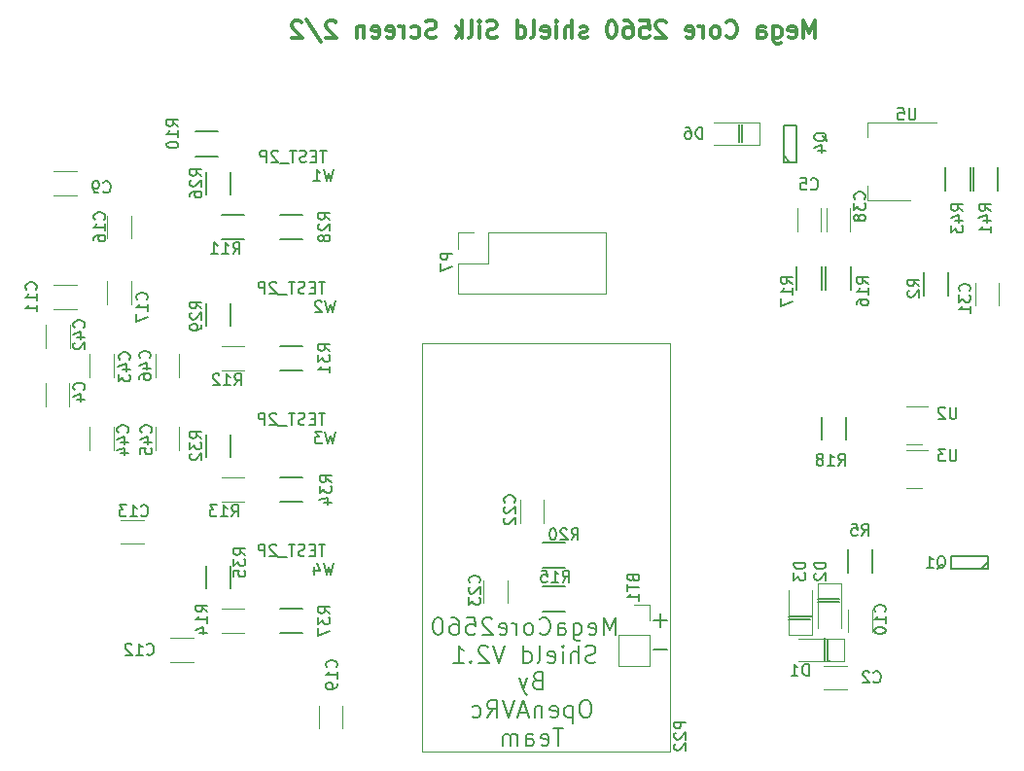
<source format=gbr>
G04 #@! TF.FileFunction,Legend,Bot*
%FSLAX46Y46*%
G04 Gerber Fmt 4.6, Leading zero omitted, Abs format (unit mm)*
G04 Created by KiCad (PCBNEW 4.0.7) date 10/03/18 10:14:00*
%MOMM*%
%LPD*%
G01*
G04 APERTURE LIST*
%ADD10C,0.100000*%
%ADD11C,0.150000*%
%ADD12C,0.210000*%
%ADD13C,0.300000*%
%ADD14C,0.120000*%
G04 APERTURE END LIST*
D10*
D11*
X210154520Y-110393480D02*
X210154520Y-112298480D01*
X210535520Y-112298480D02*
X210535520Y-112425480D01*
X210408520Y-110520480D02*
X210408520Y-112298480D01*
X211424520Y-107218480D02*
X209519520Y-107218480D01*
X209519520Y-106964480D02*
X211424520Y-106964480D01*
X206979520Y-108742480D02*
X208884520Y-108742480D01*
X209011520Y-108488480D02*
X206979520Y-108488480D01*
X202915520Y-67213480D02*
X202915520Y-65689480D01*
X202661520Y-67213480D02*
X202661520Y-65689480D01*
D12*
X195232092Y-111389623D02*
X196374949Y-111389623D01*
X195232092Y-108849623D02*
X196374949Y-108849623D01*
X195803520Y-109421051D02*
X195803520Y-108278194D01*
D13*
X209282517Y-58113051D02*
X209282517Y-56613051D01*
X208782517Y-57684480D01*
X208282517Y-56613051D01*
X208282517Y-58113051D01*
X206996803Y-58041623D02*
X207139660Y-58113051D01*
X207425374Y-58113051D01*
X207568231Y-58041623D01*
X207639660Y-57898766D01*
X207639660Y-57327337D01*
X207568231Y-57184480D01*
X207425374Y-57113051D01*
X207139660Y-57113051D01*
X206996803Y-57184480D01*
X206925374Y-57327337D01*
X206925374Y-57470194D01*
X207639660Y-57613051D01*
X205639660Y-57113051D02*
X205639660Y-58327337D01*
X205711089Y-58470194D01*
X205782517Y-58541623D01*
X205925374Y-58613051D01*
X206139660Y-58613051D01*
X206282517Y-58541623D01*
X205639660Y-58041623D02*
X205782517Y-58113051D01*
X206068231Y-58113051D01*
X206211089Y-58041623D01*
X206282517Y-57970194D01*
X206353946Y-57827337D01*
X206353946Y-57398766D01*
X206282517Y-57255909D01*
X206211089Y-57184480D01*
X206068231Y-57113051D01*
X205782517Y-57113051D01*
X205639660Y-57184480D01*
X204282517Y-58113051D02*
X204282517Y-57327337D01*
X204353946Y-57184480D01*
X204496803Y-57113051D01*
X204782517Y-57113051D01*
X204925374Y-57184480D01*
X204282517Y-58041623D02*
X204425374Y-58113051D01*
X204782517Y-58113051D01*
X204925374Y-58041623D01*
X204996803Y-57898766D01*
X204996803Y-57755909D01*
X204925374Y-57613051D01*
X204782517Y-57541623D01*
X204425374Y-57541623D01*
X204282517Y-57470194D01*
X201568231Y-57970194D02*
X201639660Y-58041623D01*
X201853946Y-58113051D01*
X201996803Y-58113051D01*
X202211088Y-58041623D01*
X202353946Y-57898766D01*
X202425374Y-57755909D01*
X202496803Y-57470194D01*
X202496803Y-57255909D01*
X202425374Y-56970194D01*
X202353946Y-56827337D01*
X202211088Y-56684480D01*
X201996803Y-56613051D01*
X201853946Y-56613051D01*
X201639660Y-56684480D01*
X201568231Y-56755909D01*
X200711088Y-58113051D02*
X200853946Y-58041623D01*
X200925374Y-57970194D01*
X200996803Y-57827337D01*
X200996803Y-57398766D01*
X200925374Y-57255909D01*
X200853946Y-57184480D01*
X200711088Y-57113051D01*
X200496803Y-57113051D01*
X200353946Y-57184480D01*
X200282517Y-57255909D01*
X200211088Y-57398766D01*
X200211088Y-57827337D01*
X200282517Y-57970194D01*
X200353946Y-58041623D01*
X200496803Y-58113051D01*
X200711088Y-58113051D01*
X199568231Y-58113051D02*
X199568231Y-57113051D01*
X199568231Y-57398766D02*
X199496803Y-57255909D01*
X199425374Y-57184480D01*
X199282517Y-57113051D01*
X199139660Y-57113051D01*
X198068232Y-58041623D02*
X198211089Y-58113051D01*
X198496803Y-58113051D01*
X198639660Y-58041623D01*
X198711089Y-57898766D01*
X198711089Y-57327337D01*
X198639660Y-57184480D01*
X198496803Y-57113051D01*
X198211089Y-57113051D01*
X198068232Y-57184480D01*
X197996803Y-57327337D01*
X197996803Y-57470194D01*
X198711089Y-57613051D01*
X196282518Y-56755909D02*
X196211089Y-56684480D01*
X196068232Y-56613051D01*
X195711089Y-56613051D01*
X195568232Y-56684480D01*
X195496803Y-56755909D01*
X195425375Y-56898766D01*
X195425375Y-57041623D01*
X195496803Y-57255909D01*
X196353946Y-58113051D01*
X195425375Y-58113051D01*
X194068232Y-56613051D02*
X194782518Y-56613051D01*
X194853947Y-57327337D01*
X194782518Y-57255909D01*
X194639661Y-57184480D01*
X194282518Y-57184480D01*
X194139661Y-57255909D01*
X194068232Y-57327337D01*
X193996804Y-57470194D01*
X193996804Y-57827337D01*
X194068232Y-57970194D01*
X194139661Y-58041623D01*
X194282518Y-58113051D01*
X194639661Y-58113051D01*
X194782518Y-58041623D01*
X194853947Y-57970194D01*
X192711090Y-56613051D02*
X192996804Y-56613051D01*
X193139661Y-56684480D01*
X193211090Y-56755909D01*
X193353947Y-56970194D01*
X193425376Y-57255909D01*
X193425376Y-57827337D01*
X193353947Y-57970194D01*
X193282519Y-58041623D01*
X193139661Y-58113051D01*
X192853947Y-58113051D01*
X192711090Y-58041623D01*
X192639661Y-57970194D01*
X192568233Y-57827337D01*
X192568233Y-57470194D01*
X192639661Y-57327337D01*
X192711090Y-57255909D01*
X192853947Y-57184480D01*
X193139661Y-57184480D01*
X193282519Y-57255909D01*
X193353947Y-57327337D01*
X193425376Y-57470194D01*
X191639662Y-56613051D02*
X191496805Y-56613051D01*
X191353948Y-56684480D01*
X191282519Y-56755909D01*
X191211090Y-56898766D01*
X191139662Y-57184480D01*
X191139662Y-57541623D01*
X191211090Y-57827337D01*
X191282519Y-57970194D01*
X191353948Y-58041623D01*
X191496805Y-58113051D01*
X191639662Y-58113051D01*
X191782519Y-58041623D01*
X191853948Y-57970194D01*
X191925376Y-57827337D01*
X191996805Y-57541623D01*
X191996805Y-57184480D01*
X191925376Y-56898766D01*
X191853948Y-56755909D01*
X191782519Y-56684480D01*
X191639662Y-56613051D01*
X189425377Y-58041623D02*
X189282520Y-58113051D01*
X188996805Y-58113051D01*
X188853948Y-58041623D01*
X188782520Y-57898766D01*
X188782520Y-57827337D01*
X188853948Y-57684480D01*
X188996805Y-57613051D01*
X189211091Y-57613051D01*
X189353948Y-57541623D01*
X189425377Y-57398766D01*
X189425377Y-57327337D01*
X189353948Y-57184480D01*
X189211091Y-57113051D01*
X188996805Y-57113051D01*
X188853948Y-57184480D01*
X188139662Y-58113051D02*
X188139662Y-56613051D01*
X187496805Y-58113051D02*
X187496805Y-57327337D01*
X187568234Y-57184480D01*
X187711091Y-57113051D01*
X187925376Y-57113051D01*
X188068234Y-57184480D01*
X188139662Y-57255909D01*
X186782519Y-58113051D02*
X186782519Y-57113051D01*
X186782519Y-56613051D02*
X186853948Y-56684480D01*
X186782519Y-56755909D01*
X186711091Y-56684480D01*
X186782519Y-56613051D01*
X186782519Y-56755909D01*
X185496805Y-58041623D02*
X185639662Y-58113051D01*
X185925376Y-58113051D01*
X186068233Y-58041623D01*
X186139662Y-57898766D01*
X186139662Y-57327337D01*
X186068233Y-57184480D01*
X185925376Y-57113051D01*
X185639662Y-57113051D01*
X185496805Y-57184480D01*
X185425376Y-57327337D01*
X185425376Y-57470194D01*
X186139662Y-57613051D01*
X184568233Y-58113051D02*
X184711091Y-58041623D01*
X184782519Y-57898766D01*
X184782519Y-56613051D01*
X183353948Y-58113051D02*
X183353948Y-56613051D01*
X183353948Y-58041623D02*
X183496805Y-58113051D01*
X183782519Y-58113051D01*
X183925377Y-58041623D01*
X183996805Y-57970194D01*
X184068234Y-57827337D01*
X184068234Y-57398766D01*
X183996805Y-57255909D01*
X183925377Y-57184480D01*
X183782519Y-57113051D01*
X183496805Y-57113051D01*
X183353948Y-57184480D01*
X181568234Y-58041623D02*
X181353948Y-58113051D01*
X180996805Y-58113051D01*
X180853948Y-58041623D01*
X180782519Y-57970194D01*
X180711091Y-57827337D01*
X180711091Y-57684480D01*
X180782519Y-57541623D01*
X180853948Y-57470194D01*
X180996805Y-57398766D01*
X181282519Y-57327337D01*
X181425377Y-57255909D01*
X181496805Y-57184480D01*
X181568234Y-57041623D01*
X181568234Y-56898766D01*
X181496805Y-56755909D01*
X181425377Y-56684480D01*
X181282519Y-56613051D01*
X180925377Y-56613051D01*
X180711091Y-56684480D01*
X180068234Y-58113051D02*
X180068234Y-57113051D01*
X180068234Y-56613051D02*
X180139663Y-56684480D01*
X180068234Y-56755909D01*
X179996806Y-56684480D01*
X180068234Y-56613051D01*
X180068234Y-56755909D01*
X179139662Y-58113051D02*
X179282520Y-58041623D01*
X179353948Y-57898766D01*
X179353948Y-56613051D01*
X178568234Y-58113051D02*
X178568234Y-56613051D01*
X178425377Y-57541623D02*
X177996806Y-58113051D01*
X177996806Y-57113051D02*
X178568234Y-57684480D01*
X176282520Y-58041623D02*
X176068234Y-58113051D01*
X175711091Y-58113051D01*
X175568234Y-58041623D01*
X175496805Y-57970194D01*
X175425377Y-57827337D01*
X175425377Y-57684480D01*
X175496805Y-57541623D01*
X175568234Y-57470194D01*
X175711091Y-57398766D01*
X175996805Y-57327337D01*
X176139663Y-57255909D01*
X176211091Y-57184480D01*
X176282520Y-57041623D01*
X176282520Y-56898766D01*
X176211091Y-56755909D01*
X176139663Y-56684480D01*
X175996805Y-56613051D01*
X175639663Y-56613051D01*
X175425377Y-56684480D01*
X174139663Y-58041623D02*
X174282520Y-58113051D01*
X174568234Y-58113051D01*
X174711092Y-58041623D01*
X174782520Y-57970194D01*
X174853949Y-57827337D01*
X174853949Y-57398766D01*
X174782520Y-57255909D01*
X174711092Y-57184480D01*
X174568234Y-57113051D01*
X174282520Y-57113051D01*
X174139663Y-57184480D01*
X173496806Y-58113051D02*
X173496806Y-57113051D01*
X173496806Y-57398766D02*
X173425378Y-57255909D01*
X173353949Y-57184480D01*
X173211092Y-57113051D01*
X173068235Y-57113051D01*
X171996807Y-58041623D02*
X172139664Y-58113051D01*
X172425378Y-58113051D01*
X172568235Y-58041623D01*
X172639664Y-57898766D01*
X172639664Y-57327337D01*
X172568235Y-57184480D01*
X172425378Y-57113051D01*
X172139664Y-57113051D01*
X171996807Y-57184480D01*
X171925378Y-57327337D01*
X171925378Y-57470194D01*
X172639664Y-57613051D01*
X170711093Y-58041623D02*
X170853950Y-58113051D01*
X171139664Y-58113051D01*
X171282521Y-58041623D01*
X171353950Y-57898766D01*
X171353950Y-57327337D01*
X171282521Y-57184480D01*
X171139664Y-57113051D01*
X170853950Y-57113051D01*
X170711093Y-57184480D01*
X170639664Y-57327337D01*
X170639664Y-57470194D01*
X171353950Y-57613051D01*
X169996807Y-57113051D02*
X169996807Y-58113051D01*
X169996807Y-57255909D02*
X169925379Y-57184480D01*
X169782521Y-57113051D01*
X169568236Y-57113051D01*
X169425379Y-57184480D01*
X169353950Y-57327337D01*
X169353950Y-58113051D01*
X167568236Y-56755909D02*
X167496807Y-56684480D01*
X167353950Y-56613051D01*
X166996807Y-56613051D01*
X166853950Y-56684480D01*
X166782521Y-56755909D01*
X166711093Y-56898766D01*
X166711093Y-57041623D01*
X166782521Y-57255909D01*
X167639664Y-58113051D01*
X166711093Y-58113051D01*
X164996808Y-56541623D02*
X166282522Y-58470194D01*
X164568236Y-56755909D02*
X164496807Y-56684480D01*
X164353950Y-56613051D01*
X163996807Y-56613051D01*
X163853950Y-56684480D01*
X163782521Y-56755909D01*
X163711093Y-56898766D01*
X163711093Y-57041623D01*
X163782521Y-57255909D01*
X164639664Y-58113051D01*
X163711093Y-58113051D01*
D12*
X185091805Y-114049337D02*
X184877519Y-114120766D01*
X184806091Y-114192194D01*
X184734662Y-114335051D01*
X184734662Y-114549337D01*
X184806091Y-114692194D01*
X184877519Y-114763623D01*
X185020377Y-114835051D01*
X185591805Y-114835051D01*
X185591805Y-113335051D01*
X185091805Y-113335051D01*
X184948948Y-113406480D01*
X184877519Y-113477909D01*
X184806091Y-113620766D01*
X184806091Y-113763623D01*
X184877519Y-113906480D01*
X184948948Y-113977909D01*
X185091805Y-114049337D01*
X185591805Y-114049337D01*
X184234662Y-113835051D02*
X183877519Y-114835051D01*
X183520377Y-113835051D02*
X183877519Y-114835051D01*
X184020377Y-115192194D01*
X184091805Y-115263623D01*
X184234662Y-115335051D01*
X189448948Y-115795051D02*
X189163234Y-115795051D01*
X189020376Y-115866480D01*
X188877519Y-116009337D01*
X188806091Y-116295051D01*
X188806091Y-116795051D01*
X188877519Y-117080766D01*
X189020376Y-117223623D01*
X189163234Y-117295051D01*
X189448948Y-117295051D01*
X189591805Y-117223623D01*
X189734662Y-117080766D01*
X189806091Y-116795051D01*
X189806091Y-116295051D01*
X189734662Y-116009337D01*
X189591805Y-115866480D01*
X189448948Y-115795051D01*
X188163233Y-116295051D02*
X188163233Y-117795051D01*
X188163233Y-116366480D02*
X188020376Y-116295051D01*
X187734662Y-116295051D01*
X187591805Y-116366480D01*
X187520376Y-116437909D01*
X187448947Y-116580766D01*
X187448947Y-117009337D01*
X187520376Y-117152194D01*
X187591805Y-117223623D01*
X187734662Y-117295051D01*
X188020376Y-117295051D01*
X188163233Y-117223623D01*
X186234662Y-117223623D02*
X186377519Y-117295051D01*
X186663233Y-117295051D01*
X186806090Y-117223623D01*
X186877519Y-117080766D01*
X186877519Y-116509337D01*
X186806090Y-116366480D01*
X186663233Y-116295051D01*
X186377519Y-116295051D01*
X186234662Y-116366480D01*
X186163233Y-116509337D01*
X186163233Y-116652194D01*
X186877519Y-116795051D01*
X185520376Y-116295051D02*
X185520376Y-117295051D01*
X185520376Y-116437909D02*
X185448948Y-116366480D01*
X185306090Y-116295051D01*
X185091805Y-116295051D01*
X184948948Y-116366480D01*
X184877519Y-116509337D01*
X184877519Y-117295051D01*
X184234662Y-116866480D02*
X183520376Y-116866480D01*
X184377519Y-117295051D02*
X183877519Y-115795051D01*
X183377519Y-117295051D01*
X183091805Y-115795051D02*
X182591805Y-117295051D01*
X182091805Y-115795051D01*
X180734662Y-117295051D02*
X181234662Y-116580766D01*
X181591805Y-117295051D02*
X181591805Y-115795051D01*
X181020377Y-115795051D01*
X180877519Y-115866480D01*
X180806091Y-115937909D01*
X180734662Y-116080766D01*
X180734662Y-116295051D01*
X180806091Y-116437909D01*
X180877519Y-116509337D01*
X181020377Y-116580766D01*
X181591805Y-116580766D01*
X179448948Y-117223623D02*
X179591805Y-117295051D01*
X179877519Y-117295051D01*
X180020377Y-117223623D01*
X180091805Y-117152194D01*
X180163234Y-117009337D01*
X180163234Y-116580766D01*
X180091805Y-116437909D01*
X180020377Y-116366480D01*
X179877519Y-116295051D01*
X179591805Y-116295051D01*
X179448948Y-116366480D01*
X187377520Y-118255051D02*
X186520377Y-118255051D01*
X186948948Y-119755051D02*
X186948948Y-118255051D01*
X185448949Y-119683623D02*
X185591806Y-119755051D01*
X185877520Y-119755051D01*
X186020377Y-119683623D01*
X186091806Y-119540766D01*
X186091806Y-118969337D01*
X186020377Y-118826480D01*
X185877520Y-118755051D01*
X185591806Y-118755051D01*
X185448949Y-118826480D01*
X185377520Y-118969337D01*
X185377520Y-119112194D01*
X186091806Y-119255051D01*
X184091806Y-119755051D02*
X184091806Y-118969337D01*
X184163235Y-118826480D01*
X184306092Y-118755051D01*
X184591806Y-118755051D01*
X184734663Y-118826480D01*
X184091806Y-119683623D02*
X184234663Y-119755051D01*
X184591806Y-119755051D01*
X184734663Y-119683623D01*
X184806092Y-119540766D01*
X184806092Y-119397909D01*
X184734663Y-119255051D01*
X184591806Y-119183623D01*
X184234663Y-119183623D01*
X184091806Y-119112194D01*
X183377520Y-119755051D02*
X183377520Y-118755051D01*
X183377520Y-118897909D02*
X183306092Y-118826480D01*
X183163234Y-118755051D01*
X182948949Y-118755051D01*
X182806092Y-118826480D01*
X182734663Y-118969337D01*
X182734663Y-119755051D01*
X182734663Y-118969337D02*
X182663234Y-118826480D01*
X182520377Y-118755051D01*
X182306092Y-118755051D01*
X182163234Y-118826480D01*
X182091806Y-118969337D01*
X182091806Y-119755051D01*
X191885376Y-110096051D02*
X191885376Y-108596051D01*
X191385376Y-109667480D01*
X190885376Y-108596051D01*
X190885376Y-110096051D01*
X189599662Y-110024623D02*
X189742519Y-110096051D01*
X190028233Y-110096051D01*
X190171090Y-110024623D01*
X190242519Y-109881766D01*
X190242519Y-109310337D01*
X190171090Y-109167480D01*
X190028233Y-109096051D01*
X189742519Y-109096051D01*
X189599662Y-109167480D01*
X189528233Y-109310337D01*
X189528233Y-109453194D01*
X190242519Y-109596051D01*
X188242519Y-109096051D02*
X188242519Y-110310337D01*
X188313948Y-110453194D01*
X188385376Y-110524623D01*
X188528233Y-110596051D01*
X188742519Y-110596051D01*
X188885376Y-110524623D01*
X188242519Y-110024623D02*
X188385376Y-110096051D01*
X188671090Y-110096051D01*
X188813948Y-110024623D01*
X188885376Y-109953194D01*
X188956805Y-109810337D01*
X188956805Y-109381766D01*
X188885376Y-109238909D01*
X188813948Y-109167480D01*
X188671090Y-109096051D01*
X188385376Y-109096051D01*
X188242519Y-109167480D01*
X186885376Y-110096051D02*
X186885376Y-109310337D01*
X186956805Y-109167480D01*
X187099662Y-109096051D01*
X187385376Y-109096051D01*
X187528233Y-109167480D01*
X186885376Y-110024623D02*
X187028233Y-110096051D01*
X187385376Y-110096051D01*
X187528233Y-110024623D01*
X187599662Y-109881766D01*
X187599662Y-109738909D01*
X187528233Y-109596051D01*
X187385376Y-109524623D01*
X187028233Y-109524623D01*
X186885376Y-109453194D01*
X185313947Y-109953194D02*
X185385376Y-110024623D01*
X185599662Y-110096051D01*
X185742519Y-110096051D01*
X185956804Y-110024623D01*
X186099662Y-109881766D01*
X186171090Y-109738909D01*
X186242519Y-109453194D01*
X186242519Y-109238909D01*
X186171090Y-108953194D01*
X186099662Y-108810337D01*
X185956804Y-108667480D01*
X185742519Y-108596051D01*
X185599662Y-108596051D01*
X185385376Y-108667480D01*
X185313947Y-108738909D01*
X184456804Y-110096051D02*
X184599662Y-110024623D01*
X184671090Y-109953194D01*
X184742519Y-109810337D01*
X184742519Y-109381766D01*
X184671090Y-109238909D01*
X184599662Y-109167480D01*
X184456804Y-109096051D01*
X184242519Y-109096051D01*
X184099662Y-109167480D01*
X184028233Y-109238909D01*
X183956804Y-109381766D01*
X183956804Y-109810337D01*
X184028233Y-109953194D01*
X184099662Y-110024623D01*
X184242519Y-110096051D01*
X184456804Y-110096051D01*
X183313947Y-110096051D02*
X183313947Y-109096051D01*
X183313947Y-109381766D02*
X183242519Y-109238909D01*
X183171090Y-109167480D01*
X183028233Y-109096051D01*
X182885376Y-109096051D01*
X181813948Y-110024623D02*
X181956805Y-110096051D01*
X182242519Y-110096051D01*
X182385376Y-110024623D01*
X182456805Y-109881766D01*
X182456805Y-109310337D01*
X182385376Y-109167480D01*
X182242519Y-109096051D01*
X181956805Y-109096051D01*
X181813948Y-109167480D01*
X181742519Y-109310337D01*
X181742519Y-109453194D01*
X182456805Y-109596051D01*
X181171091Y-108738909D02*
X181099662Y-108667480D01*
X180956805Y-108596051D01*
X180599662Y-108596051D01*
X180456805Y-108667480D01*
X180385376Y-108738909D01*
X180313948Y-108881766D01*
X180313948Y-109024623D01*
X180385376Y-109238909D01*
X181242519Y-110096051D01*
X180313948Y-110096051D01*
X178956805Y-108596051D02*
X179671091Y-108596051D01*
X179742520Y-109310337D01*
X179671091Y-109238909D01*
X179528234Y-109167480D01*
X179171091Y-109167480D01*
X179028234Y-109238909D01*
X178956805Y-109310337D01*
X178885377Y-109453194D01*
X178885377Y-109810337D01*
X178956805Y-109953194D01*
X179028234Y-110024623D01*
X179171091Y-110096051D01*
X179528234Y-110096051D01*
X179671091Y-110024623D01*
X179742520Y-109953194D01*
X177599663Y-108596051D02*
X177885377Y-108596051D01*
X178028234Y-108667480D01*
X178099663Y-108738909D01*
X178242520Y-108953194D01*
X178313949Y-109238909D01*
X178313949Y-109810337D01*
X178242520Y-109953194D01*
X178171092Y-110024623D01*
X178028234Y-110096051D01*
X177742520Y-110096051D01*
X177599663Y-110024623D01*
X177528234Y-109953194D01*
X177456806Y-109810337D01*
X177456806Y-109453194D01*
X177528234Y-109310337D01*
X177599663Y-109238909D01*
X177742520Y-109167480D01*
X178028234Y-109167480D01*
X178171092Y-109238909D01*
X178242520Y-109310337D01*
X178313949Y-109453194D01*
X176528235Y-108596051D02*
X176385378Y-108596051D01*
X176242521Y-108667480D01*
X176171092Y-108738909D01*
X176099663Y-108881766D01*
X176028235Y-109167480D01*
X176028235Y-109524623D01*
X176099663Y-109810337D01*
X176171092Y-109953194D01*
X176242521Y-110024623D01*
X176385378Y-110096051D01*
X176528235Y-110096051D01*
X176671092Y-110024623D01*
X176742521Y-109953194D01*
X176813949Y-109810337D01*
X176885378Y-109524623D01*
X176885378Y-109167480D01*
X176813949Y-108881766D01*
X176742521Y-108738909D01*
X176671092Y-108667480D01*
X176528235Y-108596051D01*
X190171091Y-112484623D02*
X189956805Y-112556051D01*
X189599662Y-112556051D01*
X189456805Y-112484623D01*
X189385376Y-112413194D01*
X189313948Y-112270337D01*
X189313948Y-112127480D01*
X189385376Y-111984623D01*
X189456805Y-111913194D01*
X189599662Y-111841766D01*
X189885376Y-111770337D01*
X190028234Y-111698909D01*
X190099662Y-111627480D01*
X190171091Y-111484623D01*
X190171091Y-111341766D01*
X190099662Y-111198909D01*
X190028234Y-111127480D01*
X189885376Y-111056051D01*
X189528234Y-111056051D01*
X189313948Y-111127480D01*
X188671091Y-112556051D02*
X188671091Y-111056051D01*
X188028234Y-112556051D02*
X188028234Y-111770337D01*
X188099663Y-111627480D01*
X188242520Y-111556051D01*
X188456805Y-111556051D01*
X188599663Y-111627480D01*
X188671091Y-111698909D01*
X187313948Y-112556051D02*
X187313948Y-111556051D01*
X187313948Y-111056051D02*
X187385377Y-111127480D01*
X187313948Y-111198909D01*
X187242520Y-111127480D01*
X187313948Y-111056051D01*
X187313948Y-111198909D01*
X186028234Y-112484623D02*
X186171091Y-112556051D01*
X186456805Y-112556051D01*
X186599662Y-112484623D01*
X186671091Y-112341766D01*
X186671091Y-111770337D01*
X186599662Y-111627480D01*
X186456805Y-111556051D01*
X186171091Y-111556051D01*
X186028234Y-111627480D01*
X185956805Y-111770337D01*
X185956805Y-111913194D01*
X186671091Y-112056051D01*
X185099662Y-112556051D02*
X185242520Y-112484623D01*
X185313948Y-112341766D01*
X185313948Y-111056051D01*
X183885377Y-112556051D02*
X183885377Y-111056051D01*
X183885377Y-112484623D02*
X184028234Y-112556051D01*
X184313948Y-112556051D01*
X184456806Y-112484623D01*
X184528234Y-112413194D01*
X184599663Y-112270337D01*
X184599663Y-111841766D01*
X184528234Y-111698909D01*
X184456806Y-111627480D01*
X184313948Y-111556051D01*
X184028234Y-111556051D01*
X183885377Y-111627480D01*
X182242520Y-111056051D02*
X181742520Y-112556051D01*
X181242520Y-111056051D01*
X180813949Y-111198909D02*
X180742520Y-111127480D01*
X180599663Y-111056051D01*
X180242520Y-111056051D01*
X180099663Y-111127480D01*
X180028234Y-111198909D01*
X179956806Y-111341766D01*
X179956806Y-111484623D01*
X180028234Y-111698909D01*
X180885377Y-112556051D01*
X179956806Y-112556051D01*
X179313949Y-112413194D02*
X179242521Y-112484623D01*
X179313949Y-112556051D01*
X179385378Y-112484623D01*
X179313949Y-112413194D01*
X179313949Y-112556051D01*
X177813949Y-112556051D02*
X178671092Y-112556051D01*
X178242520Y-112556051D02*
X178242520Y-111056051D01*
X178385377Y-111270337D01*
X178528235Y-111413194D01*
X178671092Y-111484623D01*
D11*
X207106520Y-68940480D02*
X206556520Y-68390480D01*
X207656520Y-68940480D02*
X206556520Y-68940480D01*
X207656520Y-65740480D02*
X206556520Y-65740480D01*
X206556520Y-68940480D02*
X206556520Y-65740480D01*
X207656520Y-68940480D02*
X207656520Y-65740480D01*
D14*
X212043520Y-114847480D02*
X210043520Y-114847480D01*
X210043520Y-112797480D02*
X212043520Y-112797480D01*
X208995520Y-110103480D02*
X206995520Y-110103480D01*
X206995520Y-110103480D02*
X206995520Y-106203480D01*
X208995520Y-110103480D02*
X208995520Y-106203480D01*
X209535520Y-105603480D02*
X211535520Y-105603480D01*
X211535520Y-105603480D02*
X211535520Y-109503480D01*
X209535520Y-105603480D02*
X209535520Y-109503480D01*
X217201520Y-94001480D02*
X219101520Y-94001480D01*
X218601520Y-97321480D02*
X217201520Y-97321480D01*
X217201520Y-90191480D02*
X219101520Y-90191480D01*
X218601520Y-93511480D02*
X217201520Y-93511480D01*
D11*
X211991520Y-93105480D02*
X211991520Y-91105480D01*
X209841520Y-91105480D02*
X209841520Y-93105480D01*
X157306520Y-66265480D02*
X155306520Y-66265480D01*
X155306520Y-68415480D02*
X157306520Y-68415480D01*
X218731520Y-78532480D02*
X218731520Y-80532480D01*
X220881520Y-80532480D02*
X220881520Y-78532480D01*
X224327520Y-103789480D02*
X223777520Y-104339480D01*
X224327520Y-103239480D02*
X224327520Y-104339480D01*
X221127520Y-103239480D02*
X221127520Y-104339480D01*
X224327520Y-104339480D02*
X221127520Y-104339480D01*
X224327520Y-103239480D02*
X221127520Y-103239480D01*
D14*
X211769520Y-110409480D02*
X211769520Y-112409480D01*
X211769520Y-112409480D02*
X207869520Y-112409480D01*
X211769520Y-110409480D02*
X207869520Y-110409480D01*
X214227520Y-107869480D02*
X214227520Y-109869480D01*
X212177520Y-109869480D02*
X212177520Y-107869480D01*
D11*
X212127520Y-102662480D02*
X212127520Y-104662480D01*
X214277520Y-104662480D02*
X214277520Y-102662480D01*
D14*
X223226520Y-81421480D02*
X223226520Y-79421480D01*
X225276520Y-79421480D02*
X225276520Y-81421480D01*
D11*
X223049520Y-69388480D02*
X223049520Y-71388480D01*
X225199520Y-71388480D02*
X225199520Y-69388480D01*
X222786520Y-71388480D02*
X222786520Y-69388480D01*
X220636520Y-69388480D02*
X220636520Y-71388480D01*
X210222520Y-78024480D02*
X210222520Y-80024480D01*
X212372520Y-80024480D02*
X212372520Y-78024480D01*
X207682520Y-78024480D02*
X207682520Y-80024480D01*
X209832520Y-80024480D02*
X209832520Y-78024480D01*
D14*
X210272520Y-74944480D02*
X210272520Y-72944480D01*
X212322520Y-72944480D02*
X212322520Y-74944480D01*
X207732520Y-74944480D02*
X207732520Y-72944480D01*
X209782520Y-72944480D02*
X209782520Y-74944480D01*
X213832520Y-72274480D02*
X213832520Y-71014480D01*
X213832520Y-65454480D02*
X213832520Y-66714480D01*
X217592520Y-72274480D02*
X213832520Y-72274480D01*
X219842520Y-65454480D02*
X213832520Y-65454480D01*
X204403520Y-65451480D02*
X204403520Y-67451480D01*
X204403520Y-67451480D02*
X200503520Y-67451480D01*
X204403520Y-65451480D02*
X200503520Y-65451480D01*
X180817520Y-75094480D02*
X191097520Y-75094480D01*
X191097520Y-75094480D02*
X191097520Y-80414480D01*
X191097520Y-80414480D02*
X178157520Y-80414480D01*
X178157520Y-80414480D02*
X178157520Y-77754480D01*
X178157520Y-77754480D02*
X180817520Y-77754480D01*
X180817520Y-77754480D02*
X180817520Y-75094480D01*
X179547520Y-75094480D02*
X178157520Y-75094480D01*
X178157520Y-75094480D02*
X178157520Y-76484480D01*
X196692520Y-120299480D02*
X175102520Y-120299480D01*
X175102520Y-120299480D02*
X175102520Y-84739480D01*
X175102520Y-84739480D02*
X196692520Y-84739480D01*
X196692520Y-84739480D02*
X196692520Y-120299480D01*
X183602520Y-100344480D02*
X183602520Y-98344480D01*
X185652520Y-98344480D02*
X185652520Y-100344480D01*
D11*
X187532520Y-102079480D02*
X185532520Y-102079480D01*
X185532520Y-104229480D02*
X187532520Y-104229480D01*
X187532520Y-105889480D02*
X185532520Y-105889480D01*
X185532520Y-108039480D02*
X187532520Y-108039480D01*
D14*
X180427520Y-107329480D02*
X180427520Y-105329480D01*
X182477520Y-105329480D02*
X182477520Y-107329480D01*
X166076520Y-118251480D02*
X166076520Y-116251480D01*
X168126520Y-116251480D02*
X168126520Y-118251480D01*
D11*
X156247520Y-104059480D02*
X156247520Y-106059480D01*
X158397520Y-106059480D02*
X158397520Y-104059480D01*
D14*
X155147520Y-112434480D02*
X153147520Y-112434480D01*
X153147520Y-110384480D02*
X155147520Y-110384480D01*
X148829520Y-100097480D02*
X150829520Y-100097480D01*
X150829520Y-102147480D02*
X148829520Y-102147480D01*
D11*
X164672520Y-96364480D02*
X162672520Y-96364480D01*
X162672520Y-98514480D02*
X164672520Y-98514480D01*
X156247520Y-92629480D02*
X156247520Y-94629480D01*
X158397520Y-94629480D02*
X158397520Y-92629480D01*
D14*
X153902520Y-91994480D02*
X153902520Y-93994480D01*
X151852520Y-93994480D02*
X151852520Y-91994480D01*
X148187520Y-91994480D02*
X148187520Y-93994480D01*
X146137520Y-93994480D02*
X146137520Y-91994480D01*
X146137520Y-87644480D02*
X146137520Y-85644480D01*
X148187520Y-85644480D02*
X148187520Y-87644480D01*
X151852520Y-87644480D02*
X151852520Y-85644480D01*
X153902520Y-85644480D02*
X153902520Y-87644480D01*
D11*
X164672520Y-84934480D02*
X162672520Y-84934480D01*
X162672520Y-87084480D02*
X164672520Y-87084480D01*
X156247520Y-81199480D02*
X156247520Y-83199480D01*
X158397520Y-83199480D02*
X158397520Y-81199480D01*
X159592520Y-73504480D02*
X157592520Y-73504480D01*
X157592520Y-75654480D02*
X159592520Y-75654480D01*
X164672520Y-73504480D02*
X162672520Y-73504480D01*
X162672520Y-75654480D02*
X164672520Y-75654480D01*
D14*
X142987520Y-79650480D02*
X144987520Y-79650480D01*
X144987520Y-81700480D02*
X142987520Y-81700480D01*
X144377520Y-83104480D02*
X144377520Y-85104480D01*
X142327520Y-85104480D02*
X142327520Y-83104480D01*
X147661520Y-81294480D02*
X147661520Y-79294480D01*
X149711520Y-79294480D02*
X149711520Y-81294480D01*
X149711520Y-73579480D02*
X149711520Y-75579480D01*
X147661520Y-75579480D02*
X147661520Y-73579480D01*
D11*
X156247520Y-69769480D02*
X156247520Y-71769480D01*
X158397520Y-71769480D02*
X158397520Y-69769480D01*
D14*
X142987520Y-69744480D02*
X144987520Y-69744480D01*
X144987520Y-71794480D02*
X142987520Y-71794480D01*
X159592520Y-84939480D02*
X157592520Y-84939480D01*
X157592520Y-87079480D02*
X159592520Y-87079480D01*
X159592520Y-96369480D02*
X157592520Y-96369480D01*
X157592520Y-98509480D02*
X159592520Y-98509480D01*
D11*
X164672520Y-107794480D02*
X162672520Y-107794480D01*
X162672520Y-109944480D02*
X164672520Y-109944480D01*
D14*
X159592520Y-107799480D02*
X157592520Y-107799480D01*
X157592520Y-109939480D02*
X159592520Y-109939480D01*
X194907520Y-110139480D02*
X194907520Y-112799480D01*
X194907520Y-112799480D02*
X192127520Y-112799480D01*
X192127520Y-112799480D02*
X192127520Y-110139480D01*
X192127520Y-110139480D02*
X194907520Y-110139480D01*
X194907520Y-108869480D02*
X194907520Y-107479480D01*
X194907520Y-107479480D02*
X193517520Y-107479480D01*
X144372520Y-88184480D02*
X144372520Y-90184480D01*
X142332520Y-90184480D02*
X142332520Y-88184480D01*
D11*
X210321139Y-67118242D02*
X210273520Y-67023004D01*
X210178282Y-66927766D01*
X210035425Y-66784909D01*
X209987806Y-66689670D01*
X209987806Y-66594432D01*
X210225901Y-66642051D02*
X210178282Y-66546813D01*
X210083044Y-66451575D01*
X209892568Y-66403956D01*
X209559234Y-66403956D01*
X209368758Y-66451575D01*
X209273520Y-66546813D01*
X209225901Y-66642051D01*
X209225901Y-66832528D01*
X209273520Y-66927766D01*
X209368758Y-67023004D01*
X209559234Y-67070623D01*
X209892568Y-67070623D01*
X210083044Y-67023004D01*
X210178282Y-66927766D01*
X210225901Y-66832528D01*
X210225901Y-66642051D01*
X209559234Y-67927766D02*
X210225901Y-67927766D01*
X209178282Y-67689670D02*
X209892568Y-67451575D01*
X209892568Y-68070623D01*
X214385186Y-114179623D02*
X214432805Y-114227242D01*
X214575662Y-114274861D01*
X214670900Y-114274861D01*
X214813758Y-114227242D01*
X214908996Y-114132004D01*
X214956615Y-114036766D01*
X215004234Y-113846290D01*
X215004234Y-113703432D01*
X214956615Y-113512956D01*
X214908996Y-113417718D01*
X214813758Y-113322480D01*
X214670900Y-113274861D01*
X214575662Y-113274861D01*
X214432805Y-113322480D01*
X214385186Y-113370099D01*
X214004234Y-113370099D02*
X213956615Y-113322480D01*
X213861377Y-113274861D01*
X213623281Y-113274861D01*
X213528043Y-113322480D01*
X213480424Y-113370099D01*
X213432805Y-113465337D01*
X213432805Y-113560575D01*
X213480424Y-113703432D01*
X214051853Y-114274861D01*
X213432805Y-114274861D01*
X208447901Y-103813385D02*
X207447901Y-103813385D01*
X207447901Y-104051480D01*
X207495520Y-104194338D01*
X207590758Y-104289576D01*
X207685996Y-104337195D01*
X207876472Y-104384814D01*
X208019330Y-104384814D01*
X208209806Y-104337195D01*
X208305044Y-104289576D01*
X208400282Y-104194338D01*
X208447901Y-104051480D01*
X208447901Y-103813385D01*
X207447901Y-104718147D02*
X207447901Y-105337195D01*
X207828853Y-105003861D01*
X207828853Y-105146719D01*
X207876472Y-105241957D01*
X207924091Y-105289576D01*
X208019330Y-105337195D01*
X208257425Y-105337195D01*
X208352663Y-105289576D01*
X208400282Y-105241957D01*
X208447901Y-105146719D01*
X208447901Y-104861004D01*
X208400282Y-104765766D01*
X208352663Y-104718147D01*
X210225901Y-103813385D02*
X209225901Y-103813385D01*
X209225901Y-104051480D01*
X209273520Y-104194338D01*
X209368758Y-104289576D01*
X209463996Y-104337195D01*
X209654472Y-104384814D01*
X209797330Y-104384814D01*
X209987806Y-104337195D01*
X210083044Y-104289576D01*
X210178282Y-104194338D01*
X210225901Y-104051480D01*
X210225901Y-103813385D01*
X209321139Y-104765766D02*
X209273520Y-104813385D01*
X209225901Y-104908623D01*
X209225901Y-105146719D01*
X209273520Y-105241957D01*
X209321139Y-105289576D01*
X209416377Y-105337195D01*
X209511615Y-105337195D01*
X209654472Y-105289576D01*
X210225901Y-104718147D01*
X210225901Y-105337195D01*
X221584425Y-93970861D02*
X221584425Y-94780385D01*
X221536806Y-94875623D01*
X221489187Y-94923242D01*
X221393949Y-94970861D01*
X221203472Y-94970861D01*
X221108234Y-94923242D01*
X221060615Y-94875623D01*
X221012996Y-94780385D01*
X221012996Y-93970861D01*
X220632044Y-93970861D02*
X220012996Y-93970861D01*
X220346330Y-94351813D01*
X220203472Y-94351813D01*
X220108234Y-94399432D01*
X220060615Y-94447051D01*
X220012996Y-94542290D01*
X220012996Y-94780385D01*
X220060615Y-94875623D01*
X220108234Y-94923242D01*
X220203472Y-94970861D01*
X220489187Y-94970861D01*
X220584425Y-94923242D01*
X220632044Y-94875623D01*
X221584425Y-90287861D02*
X221584425Y-91097385D01*
X221536806Y-91192623D01*
X221489187Y-91240242D01*
X221393949Y-91287861D01*
X221203472Y-91287861D01*
X221108234Y-91240242D01*
X221060615Y-91192623D01*
X221012996Y-91097385D01*
X221012996Y-90287861D01*
X220584425Y-90383099D02*
X220536806Y-90335480D01*
X220441568Y-90287861D01*
X220203472Y-90287861D01*
X220108234Y-90335480D01*
X220060615Y-90383099D01*
X220012996Y-90478337D01*
X220012996Y-90573575D01*
X220060615Y-90716432D01*
X220632044Y-91287861D01*
X220012996Y-91287861D01*
X211305377Y-95351861D02*
X211638711Y-94875670D01*
X211876806Y-95351861D02*
X211876806Y-94351861D01*
X211495853Y-94351861D01*
X211400615Y-94399480D01*
X211352996Y-94447099D01*
X211305377Y-94542337D01*
X211305377Y-94685194D01*
X211352996Y-94780432D01*
X211400615Y-94828051D01*
X211495853Y-94875670D01*
X211876806Y-94875670D01*
X210352996Y-95351861D02*
X210924425Y-95351861D01*
X210638711Y-95351861D02*
X210638711Y-94351861D01*
X210733949Y-94494718D01*
X210829187Y-94589956D01*
X210924425Y-94637575D01*
X209781568Y-94780432D02*
X209876806Y-94732813D01*
X209924425Y-94685194D01*
X209972044Y-94589956D01*
X209972044Y-94542337D01*
X209924425Y-94447099D01*
X209876806Y-94399480D01*
X209781568Y-94351861D01*
X209591091Y-94351861D01*
X209495853Y-94399480D01*
X209448234Y-94447099D01*
X209400615Y-94542337D01*
X209400615Y-94589956D01*
X209448234Y-94685194D01*
X209495853Y-94732813D01*
X209591091Y-94780432D01*
X209781568Y-94780432D01*
X209876806Y-94828051D01*
X209924425Y-94875670D01*
X209972044Y-94970909D01*
X209972044Y-95161385D01*
X209924425Y-95256623D01*
X209876806Y-95304242D01*
X209781568Y-95351861D01*
X209591091Y-95351861D01*
X209495853Y-95304242D01*
X209448234Y-95256623D01*
X209400615Y-95161385D01*
X209400615Y-94970909D01*
X209448234Y-94875670D01*
X209495853Y-94828051D01*
X209591091Y-94780432D01*
X153837901Y-65808623D02*
X153361710Y-65475289D01*
X153837901Y-65237194D02*
X152837901Y-65237194D01*
X152837901Y-65618147D01*
X152885520Y-65713385D01*
X152933139Y-65761004D01*
X153028377Y-65808623D01*
X153171234Y-65808623D01*
X153266472Y-65761004D01*
X153314091Y-65713385D01*
X153361710Y-65618147D01*
X153361710Y-65237194D01*
X153837901Y-66761004D02*
X153837901Y-66189575D01*
X153837901Y-66475289D02*
X152837901Y-66475289D01*
X152980758Y-66380051D01*
X153075996Y-66284813D01*
X153123615Y-66189575D01*
X152837901Y-67380051D02*
X152837901Y-67475290D01*
X152885520Y-67570528D01*
X152933139Y-67618147D01*
X153028377Y-67665766D01*
X153218853Y-67713385D01*
X153456949Y-67713385D01*
X153647425Y-67665766D01*
X153742663Y-67618147D01*
X153790282Y-67570528D01*
X153837901Y-67475290D01*
X153837901Y-67380051D01*
X153790282Y-67284813D01*
X153742663Y-67237194D01*
X153647425Y-67189575D01*
X153456949Y-67141956D01*
X153218853Y-67141956D01*
X153028377Y-67189575D01*
X152933139Y-67237194D01*
X152885520Y-67284813D01*
X152837901Y-67380051D01*
X218353901Y-79746814D02*
X217877710Y-79413480D01*
X218353901Y-79175385D02*
X217353901Y-79175385D01*
X217353901Y-79556338D01*
X217401520Y-79651576D01*
X217449139Y-79699195D01*
X217544377Y-79746814D01*
X217687234Y-79746814D01*
X217782472Y-79699195D01*
X217830091Y-79651576D01*
X217877710Y-79556338D01*
X217877710Y-79175385D01*
X217449139Y-80127766D02*
X217401520Y-80175385D01*
X217353901Y-80270623D01*
X217353901Y-80508719D01*
X217401520Y-80603957D01*
X217449139Y-80651576D01*
X217544377Y-80699195D01*
X217639615Y-80699195D01*
X217782472Y-80651576D01*
X218353901Y-80080147D01*
X218353901Y-80699195D01*
X219901758Y-104337099D02*
X219996996Y-104289480D01*
X220092234Y-104194242D01*
X220235091Y-104051385D01*
X220330330Y-104003766D01*
X220425568Y-104003766D01*
X220377949Y-104241861D02*
X220473187Y-104194242D01*
X220568425Y-104099004D01*
X220616044Y-103908528D01*
X220616044Y-103575194D01*
X220568425Y-103384718D01*
X220473187Y-103289480D01*
X220377949Y-103241861D01*
X220187472Y-103241861D01*
X220092234Y-103289480D01*
X219996996Y-103384718D01*
X219949377Y-103575194D01*
X219949377Y-103908528D01*
X219996996Y-104099004D01*
X220092234Y-104194242D01*
X220187472Y-104241861D01*
X220377949Y-104241861D01*
X218996996Y-104241861D02*
X219568425Y-104241861D01*
X219282711Y-104241861D02*
X219282711Y-103241861D01*
X219377949Y-103384718D01*
X219473187Y-103479956D01*
X219568425Y-103527575D01*
X208733615Y-113639861D02*
X208733615Y-112639861D01*
X208495520Y-112639861D01*
X208352662Y-112687480D01*
X208257424Y-112782718D01*
X208209805Y-112877956D01*
X208162186Y-113068432D01*
X208162186Y-113211290D01*
X208209805Y-113401766D01*
X208257424Y-113497004D01*
X208352662Y-113592242D01*
X208495520Y-113639861D01*
X208733615Y-113639861D01*
X207209805Y-113639861D02*
X207781234Y-113639861D01*
X207495520Y-113639861D02*
X207495520Y-112639861D01*
X207590758Y-112782718D01*
X207685996Y-112877956D01*
X207781234Y-112925575D01*
X215337663Y-108099623D02*
X215385282Y-108052004D01*
X215432901Y-107909147D01*
X215432901Y-107813909D01*
X215385282Y-107671051D01*
X215290044Y-107575813D01*
X215194806Y-107528194D01*
X215004330Y-107480575D01*
X214861472Y-107480575D01*
X214670996Y-107528194D01*
X214575758Y-107575813D01*
X214480520Y-107671051D01*
X214432901Y-107813909D01*
X214432901Y-107909147D01*
X214480520Y-108052004D01*
X214528139Y-108099623D01*
X215432901Y-109052004D02*
X215432901Y-108480575D01*
X215432901Y-108766289D02*
X214432901Y-108766289D01*
X214575758Y-108671051D01*
X214670996Y-108575813D01*
X214718615Y-108480575D01*
X214432901Y-109671051D02*
X214432901Y-109766290D01*
X214480520Y-109861528D01*
X214528139Y-109909147D01*
X214623377Y-109956766D01*
X214813853Y-110004385D01*
X215051949Y-110004385D01*
X215242425Y-109956766D01*
X215337663Y-109909147D01*
X215385282Y-109861528D01*
X215432901Y-109766290D01*
X215432901Y-109671051D01*
X215385282Y-109575813D01*
X215337663Y-109528194D01*
X215242425Y-109480575D01*
X215051949Y-109432956D01*
X214813853Y-109432956D01*
X214623377Y-109480575D01*
X214528139Y-109528194D01*
X214480520Y-109575813D01*
X214432901Y-109671051D01*
X213369186Y-101447861D02*
X213702520Y-100971670D01*
X213940615Y-101447861D02*
X213940615Y-100447861D01*
X213559662Y-100447861D01*
X213464424Y-100495480D01*
X213416805Y-100543099D01*
X213369186Y-100638337D01*
X213369186Y-100781194D01*
X213416805Y-100876432D01*
X213464424Y-100924051D01*
X213559662Y-100971670D01*
X213940615Y-100971670D01*
X212464424Y-100447861D02*
X212940615Y-100447861D01*
X212988234Y-100924051D01*
X212940615Y-100876432D01*
X212845377Y-100828813D01*
X212607281Y-100828813D01*
X212512043Y-100876432D01*
X212464424Y-100924051D01*
X212416805Y-101019290D01*
X212416805Y-101257385D01*
X212464424Y-101352623D01*
X212512043Y-101400242D01*
X212607281Y-101447861D01*
X212845377Y-101447861D01*
X212940615Y-101400242D01*
X212988234Y-101352623D01*
X222703663Y-80159623D02*
X222751282Y-80112004D01*
X222798901Y-79969147D01*
X222798901Y-79873909D01*
X222751282Y-79731051D01*
X222656044Y-79635813D01*
X222560806Y-79588194D01*
X222370330Y-79540575D01*
X222227472Y-79540575D01*
X222036996Y-79588194D01*
X221941758Y-79635813D01*
X221846520Y-79731051D01*
X221798901Y-79873909D01*
X221798901Y-79969147D01*
X221846520Y-80112004D01*
X221894139Y-80159623D01*
X221798901Y-80492956D02*
X221798901Y-81112004D01*
X222179853Y-80778670D01*
X222179853Y-80921528D01*
X222227472Y-81016766D01*
X222275091Y-81064385D01*
X222370330Y-81112004D01*
X222608425Y-81112004D01*
X222703663Y-81064385D01*
X222751282Y-81016766D01*
X222798901Y-80921528D01*
X222798901Y-80635813D01*
X222751282Y-80540575D01*
X222703663Y-80492956D01*
X222798901Y-82064385D02*
X222798901Y-81492956D01*
X222798901Y-81778670D02*
X221798901Y-81778670D01*
X221941758Y-81683432D01*
X222036996Y-81588194D01*
X222084615Y-81492956D01*
X224576901Y-73174623D02*
X224100710Y-72841289D01*
X224576901Y-72603194D02*
X223576901Y-72603194D01*
X223576901Y-72984147D01*
X223624520Y-73079385D01*
X223672139Y-73127004D01*
X223767377Y-73174623D01*
X223910234Y-73174623D01*
X224005472Y-73127004D01*
X224053091Y-73079385D01*
X224100710Y-72984147D01*
X224100710Y-72603194D01*
X223910234Y-74031766D02*
X224576901Y-74031766D01*
X223529282Y-73793670D02*
X224243568Y-73555575D01*
X224243568Y-74174623D01*
X224576901Y-75079385D02*
X224576901Y-74507956D01*
X224576901Y-74793670D02*
X223576901Y-74793670D01*
X223719758Y-74698432D01*
X223814996Y-74603194D01*
X223862615Y-74507956D01*
X222163901Y-73174623D02*
X221687710Y-72841289D01*
X222163901Y-72603194D02*
X221163901Y-72603194D01*
X221163901Y-72984147D01*
X221211520Y-73079385D01*
X221259139Y-73127004D01*
X221354377Y-73174623D01*
X221497234Y-73174623D01*
X221592472Y-73127004D01*
X221640091Y-73079385D01*
X221687710Y-72984147D01*
X221687710Y-72603194D01*
X221497234Y-74031766D02*
X222163901Y-74031766D01*
X221116282Y-73793670D02*
X221830568Y-73555575D01*
X221830568Y-74174623D01*
X221163901Y-74460337D02*
X221163901Y-75079385D01*
X221544853Y-74746051D01*
X221544853Y-74888909D01*
X221592472Y-74984147D01*
X221640091Y-75031766D01*
X221735330Y-75079385D01*
X221973425Y-75079385D01*
X222068663Y-75031766D01*
X222116282Y-74984147D01*
X222163901Y-74888909D01*
X222163901Y-74603194D01*
X222116282Y-74507956D01*
X222068663Y-74460337D01*
X213908901Y-79524623D02*
X213432710Y-79191289D01*
X213908901Y-78953194D02*
X212908901Y-78953194D01*
X212908901Y-79334147D01*
X212956520Y-79429385D01*
X213004139Y-79477004D01*
X213099377Y-79524623D01*
X213242234Y-79524623D01*
X213337472Y-79477004D01*
X213385091Y-79429385D01*
X213432710Y-79334147D01*
X213432710Y-78953194D01*
X213908901Y-80477004D02*
X213908901Y-79905575D01*
X213908901Y-80191289D02*
X212908901Y-80191289D01*
X213051758Y-80096051D01*
X213146996Y-80000813D01*
X213194615Y-79905575D01*
X212908901Y-81334147D02*
X212908901Y-81143670D01*
X212956520Y-81048432D01*
X213004139Y-81000813D01*
X213146996Y-80905575D01*
X213337472Y-80857956D01*
X213718425Y-80857956D01*
X213813663Y-80905575D01*
X213861282Y-80953194D01*
X213908901Y-81048432D01*
X213908901Y-81238909D01*
X213861282Y-81334147D01*
X213813663Y-81381766D01*
X213718425Y-81429385D01*
X213480330Y-81429385D01*
X213385091Y-81381766D01*
X213337472Y-81334147D01*
X213289853Y-81238909D01*
X213289853Y-81048432D01*
X213337472Y-80953194D01*
X213385091Y-80905575D01*
X213480330Y-80857956D01*
X207304901Y-79524623D02*
X206828710Y-79191289D01*
X207304901Y-78953194D02*
X206304901Y-78953194D01*
X206304901Y-79334147D01*
X206352520Y-79429385D01*
X206400139Y-79477004D01*
X206495377Y-79524623D01*
X206638234Y-79524623D01*
X206733472Y-79477004D01*
X206781091Y-79429385D01*
X206828710Y-79334147D01*
X206828710Y-78953194D01*
X207304901Y-80477004D02*
X207304901Y-79905575D01*
X207304901Y-80191289D02*
X206304901Y-80191289D01*
X206447758Y-80096051D01*
X206542996Y-80000813D01*
X206590615Y-79905575D01*
X206304901Y-80810337D02*
X206304901Y-81477004D01*
X207304901Y-81048432D01*
X213559663Y-72158623D02*
X213607282Y-72111004D01*
X213654901Y-71968147D01*
X213654901Y-71872909D01*
X213607282Y-71730051D01*
X213512044Y-71634813D01*
X213416806Y-71587194D01*
X213226330Y-71539575D01*
X213083472Y-71539575D01*
X212892996Y-71587194D01*
X212797758Y-71634813D01*
X212702520Y-71730051D01*
X212654901Y-71872909D01*
X212654901Y-71968147D01*
X212702520Y-72111004D01*
X212750139Y-72158623D01*
X212654901Y-72491956D02*
X212654901Y-73111004D01*
X213035853Y-72777670D01*
X213035853Y-72920528D01*
X213083472Y-73015766D01*
X213131091Y-73063385D01*
X213226330Y-73111004D01*
X213464425Y-73111004D01*
X213559663Y-73063385D01*
X213607282Y-73015766D01*
X213654901Y-72920528D01*
X213654901Y-72634813D01*
X213607282Y-72539575D01*
X213559663Y-72491956D01*
X213083472Y-73682432D02*
X213035853Y-73587194D01*
X212988234Y-73539575D01*
X212892996Y-73491956D01*
X212845377Y-73491956D01*
X212750139Y-73539575D01*
X212702520Y-73587194D01*
X212654901Y-73682432D01*
X212654901Y-73872909D01*
X212702520Y-73968147D01*
X212750139Y-74015766D01*
X212845377Y-74063385D01*
X212892996Y-74063385D01*
X212988234Y-74015766D01*
X213035853Y-73968147D01*
X213083472Y-73872909D01*
X213083472Y-73682432D01*
X213131091Y-73587194D01*
X213178710Y-73539575D01*
X213273949Y-73491956D01*
X213464425Y-73491956D01*
X213559663Y-73539575D01*
X213607282Y-73587194D01*
X213654901Y-73682432D01*
X213654901Y-73872909D01*
X213607282Y-73968147D01*
X213559663Y-74015766D01*
X213464425Y-74063385D01*
X213273949Y-74063385D01*
X213178710Y-74015766D01*
X213131091Y-73968147D01*
X213083472Y-73872909D01*
X208924186Y-71253623D02*
X208971805Y-71301242D01*
X209114662Y-71348861D01*
X209209900Y-71348861D01*
X209352758Y-71301242D01*
X209447996Y-71206004D01*
X209495615Y-71110766D01*
X209543234Y-70920290D01*
X209543234Y-70777432D01*
X209495615Y-70586956D01*
X209447996Y-70491718D01*
X209352758Y-70396480D01*
X209209900Y-70348861D01*
X209114662Y-70348861D01*
X208971805Y-70396480D01*
X208924186Y-70444099D01*
X208019424Y-70348861D02*
X208495615Y-70348861D01*
X208543234Y-70825051D01*
X208495615Y-70777432D01*
X208400377Y-70729813D01*
X208162281Y-70729813D01*
X208067043Y-70777432D01*
X208019424Y-70825051D01*
X207971805Y-70920290D01*
X207971805Y-71158385D01*
X208019424Y-71253623D01*
X208067043Y-71301242D01*
X208162281Y-71348861D01*
X208400377Y-71348861D01*
X208495615Y-71301242D01*
X208543234Y-71253623D01*
X218028425Y-64252861D02*
X218028425Y-65062385D01*
X217980806Y-65157623D01*
X217933187Y-65205242D01*
X217837949Y-65252861D01*
X217647472Y-65252861D01*
X217552234Y-65205242D01*
X217504615Y-65157623D01*
X217456996Y-65062385D01*
X217456996Y-64252861D01*
X216504615Y-64252861D02*
X216980806Y-64252861D01*
X217028425Y-64729051D01*
X216980806Y-64681432D01*
X216885568Y-64633813D01*
X216647472Y-64633813D01*
X216552234Y-64681432D01*
X216504615Y-64729051D01*
X216456996Y-64824290D01*
X216456996Y-65062385D01*
X216504615Y-65157623D01*
X216552234Y-65205242D01*
X216647472Y-65252861D01*
X216885568Y-65252861D01*
X216980806Y-65205242D01*
X217028425Y-65157623D01*
X199462615Y-66903861D02*
X199462615Y-65903861D01*
X199224520Y-65903861D01*
X199081662Y-65951480D01*
X198986424Y-66046718D01*
X198938805Y-66141956D01*
X198891186Y-66332432D01*
X198891186Y-66475290D01*
X198938805Y-66665766D01*
X198986424Y-66761004D01*
X199081662Y-66856242D01*
X199224520Y-66903861D01*
X199462615Y-66903861D01*
X198034043Y-65903861D02*
X198224520Y-65903861D01*
X198319758Y-65951480D01*
X198367377Y-65999099D01*
X198462615Y-66141956D01*
X198510234Y-66332432D01*
X198510234Y-66713385D01*
X198462615Y-66808623D01*
X198414996Y-66856242D01*
X198319758Y-66903861D01*
X198129281Y-66903861D01*
X198034043Y-66856242D01*
X197986424Y-66808623D01*
X197938805Y-66713385D01*
X197938805Y-66475290D01*
X197986424Y-66380051D01*
X198034043Y-66332432D01*
X198129281Y-66284813D01*
X198319758Y-66284813D01*
X198414996Y-66332432D01*
X198462615Y-66380051D01*
X198510234Y-66475290D01*
X177713901Y-76889385D02*
X176713901Y-76889385D01*
X176713901Y-77270338D01*
X176761520Y-77365576D01*
X176809139Y-77413195D01*
X176904377Y-77460814D01*
X177047234Y-77460814D01*
X177142472Y-77413195D01*
X177190091Y-77365576D01*
X177237710Y-77270338D01*
X177237710Y-76889385D01*
X176713901Y-77794147D02*
X176713901Y-78460814D01*
X177713901Y-78032242D01*
X198033901Y-117688194D02*
X197033901Y-117688194D01*
X197033901Y-118069147D01*
X197081520Y-118164385D01*
X197129139Y-118212004D01*
X197224377Y-118259623D01*
X197367234Y-118259623D01*
X197462472Y-118212004D01*
X197510091Y-118164385D01*
X197557710Y-118069147D01*
X197557710Y-117688194D01*
X197129139Y-118640575D02*
X197081520Y-118688194D01*
X197033901Y-118783432D01*
X197033901Y-119021528D01*
X197081520Y-119116766D01*
X197129139Y-119164385D01*
X197224377Y-119212004D01*
X197319615Y-119212004D01*
X197462472Y-119164385D01*
X198033901Y-118592956D01*
X198033901Y-119212004D01*
X197129139Y-119592956D02*
X197081520Y-119640575D01*
X197033901Y-119735813D01*
X197033901Y-119973909D01*
X197081520Y-120069147D01*
X197129139Y-120116766D01*
X197224377Y-120164385D01*
X197319615Y-120164385D01*
X197462472Y-120116766D01*
X198033901Y-119545337D01*
X198033901Y-120164385D01*
X183079663Y-98574623D02*
X183127282Y-98527004D01*
X183174901Y-98384147D01*
X183174901Y-98288909D01*
X183127282Y-98146051D01*
X183032044Y-98050813D01*
X182936806Y-98003194D01*
X182746330Y-97955575D01*
X182603472Y-97955575D01*
X182412996Y-98003194D01*
X182317758Y-98050813D01*
X182222520Y-98146051D01*
X182174901Y-98288909D01*
X182174901Y-98384147D01*
X182222520Y-98527004D01*
X182270139Y-98574623D01*
X182270139Y-98955575D02*
X182222520Y-99003194D01*
X182174901Y-99098432D01*
X182174901Y-99336528D01*
X182222520Y-99431766D01*
X182270139Y-99479385D01*
X182365377Y-99527004D01*
X182460615Y-99527004D01*
X182603472Y-99479385D01*
X183174901Y-98907956D01*
X183174901Y-99527004D01*
X182270139Y-99907956D02*
X182222520Y-99955575D01*
X182174901Y-100050813D01*
X182174901Y-100288909D01*
X182222520Y-100384147D01*
X182270139Y-100431766D01*
X182365377Y-100479385D01*
X182460615Y-100479385D01*
X182603472Y-100431766D01*
X183174901Y-99860337D01*
X183174901Y-100479385D01*
X188064377Y-101828861D02*
X188397711Y-101352670D01*
X188635806Y-101828861D02*
X188635806Y-100828861D01*
X188254853Y-100828861D01*
X188159615Y-100876480D01*
X188111996Y-100924099D01*
X188064377Y-101019337D01*
X188064377Y-101162194D01*
X188111996Y-101257432D01*
X188159615Y-101305051D01*
X188254853Y-101352670D01*
X188635806Y-101352670D01*
X187683425Y-100924099D02*
X187635806Y-100876480D01*
X187540568Y-100828861D01*
X187302472Y-100828861D01*
X187207234Y-100876480D01*
X187159615Y-100924099D01*
X187111996Y-101019337D01*
X187111996Y-101114575D01*
X187159615Y-101257432D01*
X187731044Y-101828861D01*
X187111996Y-101828861D01*
X186492949Y-100828861D02*
X186397710Y-100828861D01*
X186302472Y-100876480D01*
X186254853Y-100924099D01*
X186207234Y-101019337D01*
X186159615Y-101209813D01*
X186159615Y-101447909D01*
X186207234Y-101638385D01*
X186254853Y-101733623D01*
X186302472Y-101781242D01*
X186397710Y-101828861D01*
X186492949Y-101828861D01*
X186588187Y-101781242D01*
X186635806Y-101733623D01*
X186683425Y-101638385D01*
X186731044Y-101447909D01*
X186731044Y-101209813D01*
X186683425Y-101019337D01*
X186635806Y-100924099D01*
X186588187Y-100876480D01*
X186492949Y-100828861D01*
X187302377Y-105511861D02*
X187635711Y-105035670D01*
X187873806Y-105511861D02*
X187873806Y-104511861D01*
X187492853Y-104511861D01*
X187397615Y-104559480D01*
X187349996Y-104607099D01*
X187302377Y-104702337D01*
X187302377Y-104845194D01*
X187349996Y-104940432D01*
X187397615Y-104988051D01*
X187492853Y-105035670D01*
X187873806Y-105035670D01*
X186349996Y-105511861D02*
X186921425Y-105511861D01*
X186635711Y-105511861D02*
X186635711Y-104511861D01*
X186730949Y-104654718D01*
X186826187Y-104749956D01*
X186921425Y-104797575D01*
X185445234Y-104511861D02*
X185921425Y-104511861D01*
X185969044Y-104988051D01*
X185921425Y-104940432D01*
X185826187Y-104892813D01*
X185588091Y-104892813D01*
X185492853Y-104940432D01*
X185445234Y-104988051D01*
X185397615Y-105083290D01*
X185397615Y-105321385D01*
X185445234Y-105416623D01*
X185492853Y-105464242D01*
X185588091Y-105511861D01*
X185826187Y-105511861D01*
X185921425Y-105464242D01*
X185969044Y-105416623D01*
X180031663Y-105559623D02*
X180079282Y-105512004D01*
X180126901Y-105369147D01*
X180126901Y-105273909D01*
X180079282Y-105131051D01*
X179984044Y-105035813D01*
X179888806Y-104988194D01*
X179698330Y-104940575D01*
X179555472Y-104940575D01*
X179364996Y-104988194D01*
X179269758Y-105035813D01*
X179174520Y-105131051D01*
X179126901Y-105273909D01*
X179126901Y-105369147D01*
X179174520Y-105512004D01*
X179222139Y-105559623D01*
X179222139Y-105940575D02*
X179174520Y-105988194D01*
X179126901Y-106083432D01*
X179126901Y-106321528D01*
X179174520Y-106416766D01*
X179222139Y-106464385D01*
X179317377Y-106512004D01*
X179412615Y-106512004D01*
X179555472Y-106464385D01*
X180126901Y-105892956D01*
X180126901Y-106512004D01*
X179126901Y-106845337D02*
X179126901Y-107464385D01*
X179507853Y-107131051D01*
X179507853Y-107273909D01*
X179555472Y-107369147D01*
X179603091Y-107416766D01*
X179698330Y-107464385D01*
X179936425Y-107464385D01*
X180031663Y-107416766D01*
X180079282Y-107369147D01*
X180126901Y-107273909D01*
X180126901Y-106988194D01*
X180079282Y-106892956D01*
X180031663Y-106845337D01*
X167585663Y-112925623D02*
X167633282Y-112878004D01*
X167680901Y-112735147D01*
X167680901Y-112639909D01*
X167633282Y-112497051D01*
X167538044Y-112401813D01*
X167442806Y-112354194D01*
X167252330Y-112306575D01*
X167109472Y-112306575D01*
X166918996Y-112354194D01*
X166823758Y-112401813D01*
X166728520Y-112497051D01*
X166680901Y-112639909D01*
X166680901Y-112735147D01*
X166728520Y-112878004D01*
X166776139Y-112925623D01*
X167680901Y-113878004D02*
X167680901Y-113306575D01*
X167680901Y-113592289D02*
X166680901Y-113592289D01*
X166823758Y-113497051D01*
X166918996Y-113401813D01*
X166966615Y-113306575D01*
X167680901Y-114354194D02*
X167680901Y-114544670D01*
X167633282Y-114639909D01*
X167585663Y-114687528D01*
X167442806Y-114782766D01*
X167252330Y-114830385D01*
X166871377Y-114830385D01*
X166776139Y-114782766D01*
X166728520Y-114735147D01*
X166680901Y-114639909D01*
X166680901Y-114449432D01*
X166728520Y-114354194D01*
X166776139Y-114306575D01*
X166871377Y-114258956D01*
X167109472Y-114258956D01*
X167204710Y-114306575D01*
X167252330Y-114354194D01*
X167299949Y-114449432D01*
X167299949Y-114639909D01*
X167252330Y-114735147D01*
X167204710Y-114782766D01*
X167109472Y-114830385D01*
X159679901Y-103146623D02*
X159203710Y-102813289D01*
X159679901Y-102575194D02*
X158679901Y-102575194D01*
X158679901Y-102956147D01*
X158727520Y-103051385D01*
X158775139Y-103099004D01*
X158870377Y-103146623D01*
X159013234Y-103146623D01*
X159108472Y-103099004D01*
X159156091Y-103051385D01*
X159203710Y-102956147D01*
X159203710Y-102575194D01*
X158679901Y-103479956D02*
X158679901Y-104099004D01*
X159060853Y-103765670D01*
X159060853Y-103908528D01*
X159108472Y-104003766D01*
X159156091Y-104051385D01*
X159251330Y-104099004D01*
X159489425Y-104099004D01*
X159584663Y-104051385D01*
X159632282Y-104003766D01*
X159679901Y-103908528D01*
X159679901Y-103622813D01*
X159632282Y-103527575D01*
X159584663Y-103479956D01*
X158679901Y-105003766D02*
X158679901Y-104527575D01*
X159156091Y-104479956D01*
X159108472Y-104527575D01*
X159060853Y-104622813D01*
X159060853Y-104860909D01*
X159108472Y-104956147D01*
X159156091Y-105003766D01*
X159251330Y-105051385D01*
X159489425Y-105051385D01*
X159584663Y-105003766D01*
X159632282Y-104956147D01*
X159679901Y-104860909D01*
X159679901Y-104622813D01*
X159632282Y-104527575D01*
X159584663Y-104479956D01*
X151107377Y-111766623D02*
X151154996Y-111814242D01*
X151297853Y-111861861D01*
X151393091Y-111861861D01*
X151535949Y-111814242D01*
X151631187Y-111719004D01*
X151678806Y-111623766D01*
X151726425Y-111433290D01*
X151726425Y-111290432D01*
X151678806Y-111099956D01*
X151631187Y-111004718D01*
X151535949Y-110909480D01*
X151393091Y-110861861D01*
X151297853Y-110861861D01*
X151154996Y-110909480D01*
X151107377Y-110957099D01*
X150154996Y-111861861D02*
X150726425Y-111861861D01*
X150440711Y-111861861D02*
X150440711Y-110861861D01*
X150535949Y-111004718D01*
X150631187Y-111099956D01*
X150726425Y-111147575D01*
X149774044Y-110957099D02*
X149726425Y-110909480D01*
X149631187Y-110861861D01*
X149393091Y-110861861D01*
X149297853Y-110909480D01*
X149250234Y-110957099D01*
X149202615Y-111052337D01*
X149202615Y-111147575D01*
X149250234Y-111290432D01*
X149821663Y-111861861D01*
X149202615Y-111861861D01*
X150599377Y-99701623D02*
X150646996Y-99749242D01*
X150789853Y-99796861D01*
X150885091Y-99796861D01*
X151027949Y-99749242D01*
X151123187Y-99654004D01*
X151170806Y-99558766D01*
X151218425Y-99368290D01*
X151218425Y-99225432D01*
X151170806Y-99034956D01*
X151123187Y-98939718D01*
X151027949Y-98844480D01*
X150885091Y-98796861D01*
X150789853Y-98796861D01*
X150646996Y-98844480D01*
X150599377Y-98892099D01*
X149646996Y-99796861D02*
X150218425Y-99796861D01*
X149932711Y-99796861D02*
X149932711Y-98796861D01*
X150027949Y-98939718D01*
X150123187Y-99034956D01*
X150218425Y-99082575D01*
X149313663Y-98796861D02*
X148694615Y-98796861D01*
X149027949Y-99177813D01*
X148885091Y-99177813D01*
X148789853Y-99225432D01*
X148742234Y-99273051D01*
X148694615Y-99368290D01*
X148694615Y-99606385D01*
X148742234Y-99701623D01*
X148789853Y-99749242D01*
X148885091Y-99796861D01*
X149170806Y-99796861D01*
X149266044Y-99749242D01*
X149313663Y-99701623D01*
X167172901Y-96796623D02*
X166696710Y-96463289D01*
X167172901Y-96225194D02*
X166172901Y-96225194D01*
X166172901Y-96606147D01*
X166220520Y-96701385D01*
X166268139Y-96749004D01*
X166363377Y-96796623D01*
X166506234Y-96796623D01*
X166601472Y-96749004D01*
X166649091Y-96701385D01*
X166696710Y-96606147D01*
X166696710Y-96225194D01*
X166172901Y-97129956D02*
X166172901Y-97749004D01*
X166553853Y-97415670D01*
X166553853Y-97558528D01*
X166601472Y-97653766D01*
X166649091Y-97701385D01*
X166744330Y-97749004D01*
X166982425Y-97749004D01*
X167077663Y-97701385D01*
X167125282Y-97653766D01*
X167172901Y-97558528D01*
X167172901Y-97272813D01*
X167125282Y-97177575D01*
X167077663Y-97129956D01*
X166506234Y-98606147D02*
X167172901Y-98606147D01*
X166125282Y-98368051D02*
X166839568Y-98129956D01*
X166839568Y-98749004D01*
X155869901Y-92986623D02*
X155393710Y-92653289D01*
X155869901Y-92415194D02*
X154869901Y-92415194D01*
X154869901Y-92796147D01*
X154917520Y-92891385D01*
X154965139Y-92939004D01*
X155060377Y-92986623D01*
X155203234Y-92986623D01*
X155298472Y-92939004D01*
X155346091Y-92891385D01*
X155393710Y-92796147D01*
X155393710Y-92415194D01*
X154869901Y-93319956D02*
X154869901Y-93939004D01*
X155250853Y-93605670D01*
X155250853Y-93748528D01*
X155298472Y-93843766D01*
X155346091Y-93891385D01*
X155441330Y-93939004D01*
X155679425Y-93939004D01*
X155774663Y-93891385D01*
X155822282Y-93843766D01*
X155869901Y-93748528D01*
X155869901Y-93462813D01*
X155822282Y-93367575D01*
X155774663Y-93319956D01*
X154965139Y-94319956D02*
X154917520Y-94367575D01*
X154869901Y-94462813D01*
X154869901Y-94700909D01*
X154917520Y-94796147D01*
X154965139Y-94843766D01*
X155060377Y-94891385D01*
X155155615Y-94891385D01*
X155298472Y-94843766D01*
X155869901Y-94272337D01*
X155869901Y-94891385D01*
X151456663Y-92478623D02*
X151504282Y-92431004D01*
X151551901Y-92288147D01*
X151551901Y-92192909D01*
X151504282Y-92050051D01*
X151409044Y-91954813D01*
X151313806Y-91907194D01*
X151123330Y-91859575D01*
X150980472Y-91859575D01*
X150789996Y-91907194D01*
X150694758Y-91954813D01*
X150599520Y-92050051D01*
X150551901Y-92192909D01*
X150551901Y-92288147D01*
X150599520Y-92431004D01*
X150647139Y-92478623D01*
X150885234Y-93335766D02*
X151551901Y-93335766D01*
X150504282Y-93097670D02*
X151218568Y-92859575D01*
X151218568Y-93478623D01*
X150551901Y-94335766D02*
X150551901Y-93859575D01*
X151028091Y-93811956D01*
X150980472Y-93859575D01*
X150932853Y-93954813D01*
X150932853Y-94192909D01*
X150980472Y-94288147D01*
X151028091Y-94335766D01*
X151123330Y-94383385D01*
X151361425Y-94383385D01*
X151456663Y-94335766D01*
X151504282Y-94288147D01*
X151551901Y-94192909D01*
X151551901Y-93954813D01*
X151504282Y-93859575D01*
X151456663Y-93811956D01*
X149424663Y-92478623D02*
X149472282Y-92431004D01*
X149519901Y-92288147D01*
X149519901Y-92192909D01*
X149472282Y-92050051D01*
X149377044Y-91954813D01*
X149281806Y-91907194D01*
X149091330Y-91859575D01*
X148948472Y-91859575D01*
X148757996Y-91907194D01*
X148662758Y-91954813D01*
X148567520Y-92050051D01*
X148519901Y-92192909D01*
X148519901Y-92288147D01*
X148567520Y-92431004D01*
X148615139Y-92478623D01*
X148853234Y-93335766D02*
X149519901Y-93335766D01*
X148472282Y-93097670D02*
X149186568Y-92859575D01*
X149186568Y-93478623D01*
X148853234Y-94288147D02*
X149519901Y-94288147D01*
X148472282Y-94050051D02*
X149186568Y-93811956D01*
X149186568Y-94431004D01*
X149551663Y-86128623D02*
X149599282Y-86081004D01*
X149646901Y-85938147D01*
X149646901Y-85842909D01*
X149599282Y-85700051D01*
X149504044Y-85604813D01*
X149408806Y-85557194D01*
X149218330Y-85509575D01*
X149075472Y-85509575D01*
X148884996Y-85557194D01*
X148789758Y-85604813D01*
X148694520Y-85700051D01*
X148646901Y-85842909D01*
X148646901Y-85938147D01*
X148694520Y-86081004D01*
X148742139Y-86128623D01*
X148980234Y-86985766D02*
X149646901Y-86985766D01*
X148599282Y-86747670D02*
X149313568Y-86509575D01*
X149313568Y-87128623D01*
X148646901Y-87414337D02*
X148646901Y-88033385D01*
X149027853Y-87700051D01*
X149027853Y-87842909D01*
X149075472Y-87938147D01*
X149123091Y-87985766D01*
X149218330Y-88033385D01*
X149456425Y-88033385D01*
X149551663Y-87985766D01*
X149599282Y-87938147D01*
X149646901Y-87842909D01*
X149646901Y-87557194D01*
X149599282Y-87461956D01*
X149551663Y-87414337D01*
X151342363Y-86014323D02*
X151389982Y-85966704D01*
X151437601Y-85823847D01*
X151437601Y-85728609D01*
X151389982Y-85585751D01*
X151294744Y-85490513D01*
X151199506Y-85442894D01*
X151009030Y-85395275D01*
X150866172Y-85395275D01*
X150675696Y-85442894D01*
X150580458Y-85490513D01*
X150485220Y-85585751D01*
X150437601Y-85728609D01*
X150437601Y-85823847D01*
X150485220Y-85966704D01*
X150532839Y-86014323D01*
X150770934Y-86871466D02*
X151437601Y-86871466D01*
X150389982Y-86633370D02*
X151104268Y-86395275D01*
X151104268Y-87014323D01*
X150437601Y-87823847D02*
X150437601Y-87633370D01*
X150485220Y-87538132D01*
X150532839Y-87490513D01*
X150675696Y-87395275D01*
X150866172Y-87347656D01*
X151247125Y-87347656D01*
X151342363Y-87395275D01*
X151389982Y-87442894D01*
X151437601Y-87538132D01*
X151437601Y-87728609D01*
X151389982Y-87823847D01*
X151342363Y-87871466D01*
X151247125Y-87919085D01*
X151009030Y-87919085D01*
X150913791Y-87871466D01*
X150866172Y-87823847D01*
X150818553Y-87728609D01*
X150818553Y-87538132D01*
X150866172Y-87442894D01*
X150913791Y-87395275D01*
X151009030Y-87347656D01*
X167045901Y-85366623D02*
X166569710Y-85033289D01*
X167045901Y-84795194D02*
X166045901Y-84795194D01*
X166045901Y-85176147D01*
X166093520Y-85271385D01*
X166141139Y-85319004D01*
X166236377Y-85366623D01*
X166379234Y-85366623D01*
X166474472Y-85319004D01*
X166522091Y-85271385D01*
X166569710Y-85176147D01*
X166569710Y-84795194D01*
X166045901Y-85699956D02*
X166045901Y-86319004D01*
X166426853Y-85985670D01*
X166426853Y-86128528D01*
X166474472Y-86223766D01*
X166522091Y-86271385D01*
X166617330Y-86319004D01*
X166855425Y-86319004D01*
X166950663Y-86271385D01*
X166998282Y-86223766D01*
X167045901Y-86128528D01*
X167045901Y-85842813D01*
X166998282Y-85747575D01*
X166950663Y-85699956D01*
X167045901Y-87271385D02*
X167045901Y-86699956D01*
X167045901Y-86985670D02*
X166045901Y-86985670D01*
X166188758Y-86890432D01*
X166283996Y-86795194D01*
X166331615Y-86699956D01*
X155869901Y-81683623D02*
X155393710Y-81350289D01*
X155869901Y-81112194D02*
X154869901Y-81112194D01*
X154869901Y-81493147D01*
X154917520Y-81588385D01*
X154965139Y-81636004D01*
X155060377Y-81683623D01*
X155203234Y-81683623D01*
X155298472Y-81636004D01*
X155346091Y-81588385D01*
X155393710Y-81493147D01*
X155393710Y-81112194D01*
X154965139Y-82064575D02*
X154917520Y-82112194D01*
X154869901Y-82207432D01*
X154869901Y-82445528D01*
X154917520Y-82540766D01*
X154965139Y-82588385D01*
X155060377Y-82636004D01*
X155155615Y-82636004D01*
X155298472Y-82588385D01*
X155869901Y-82016956D01*
X155869901Y-82636004D01*
X155869901Y-83112194D02*
X155869901Y-83302670D01*
X155822282Y-83397909D01*
X155774663Y-83445528D01*
X155631806Y-83540766D01*
X155441330Y-83588385D01*
X155060377Y-83588385D01*
X154965139Y-83540766D01*
X154917520Y-83493147D01*
X154869901Y-83397909D01*
X154869901Y-83207432D01*
X154917520Y-83112194D01*
X154965139Y-83064575D01*
X155060377Y-83016956D01*
X155298472Y-83016956D01*
X155393710Y-83064575D01*
X155441330Y-83112194D01*
X155488949Y-83207432D01*
X155488949Y-83397909D01*
X155441330Y-83493147D01*
X155393710Y-83540766D01*
X155298472Y-83588385D01*
X158600377Y-76936861D02*
X158933711Y-76460670D01*
X159171806Y-76936861D02*
X159171806Y-75936861D01*
X158790853Y-75936861D01*
X158695615Y-75984480D01*
X158647996Y-76032099D01*
X158600377Y-76127337D01*
X158600377Y-76270194D01*
X158647996Y-76365432D01*
X158695615Y-76413051D01*
X158790853Y-76460670D01*
X159171806Y-76460670D01*
X157647996Y-76936861D02*
X158219425Y-76936861D01*
X157933711Y-76936861D02*
X157933711Y-75936861D01*
X158028949Y-76079718D01*
X158124187Y-76174956D01*
X158219425Y-76222575D01*
X156695615Y-76936861D02*
X157267044Y-76936861D01*
X156981330Y-76936861D02*
X156981330Y-75936861D01*
X157076568Y-76079718D01*
X157171806Y-76174956D01*
X157267044Y-76222575D01*
X167045901Y-73936623D02*
X166569710Y-73603289D01*
X167045901Y-73365194D02*
X166045901Y-73365194D01*
X166045901Y-73746147D01*
X166093520Y-73841385D01*
X166141139Y-73889004D01*
X166236377Y-73936623D01*
X166379234Y-73936623D01*
X166474472Y-73889004D01*
X166522091Y-73841385D01*
X166569710Y-73746147D01*
X166569710Y-73365194D01*
X166141139Y-74317575D02*
X166093520Y-74365194D01*
X166045901Y-74460432D01*
X166045901Y-74698528D01*
X166093520Y-74793766D01*
X166141139Y-74841385D01*
X166236377Y-74889004D01*
X166331615Y-74889004D01*
X166474472Y-74841385D01*
X167045901Y-74269956D01*
X167045901Y-74889004D01*
X166474472Y-75460432D02*
X166426853Y-75365194D01*
X166379234Y-75317575D01*
X166283996Y-75269956D01*
X166236377Y-75269956D01*
X166141139Y-75317575D01*
X166093520Y-75365194D01*
X166045901Y-75460432D01*
X166045901Y-75650909D01*
X166093520Y-75746147D01*
X166141139Y-75793766D01*
X166236377Y-75841385D01*
X166283996Y-75841385D01*
X166379234Y-75793766D01*
X166426853Y-75746147D01*
X166474472Y-75650909D01*
X166474472Y-75460432D01*
X166522091Y-75365194D01*
X166569710Y-75317575D01*
X166664949Y-75269956D01*
X166855425Y-75269956D01*
X166950663Y-75317575D01*
X166998282Y-75365194D01*
X167045901Y-75460432D01*
X167045901Y-75650909D01*
X166998282Y-75746147D01*
X166950663Y-75793766D01*
X166855425Y-75841385D01*
X166664949Y-75841385D01*
X166569710Y-75793766D01*
X166522091Y-75746147D01*
X166474472Y-75650909D01*
X141423663Y-80032623D02*
X141471282Y-79985004D01*
X141518901Y-79842147D01*
X141518901Y-79746909D01*
X141471282Y-79604051D01*
X141376044Y-79508813D01*
X141280806Y-79461194D01*
X141090330Y-79413575D01*
X140947472Y-79413575D01*
X140756996Y-79461194D01*
X140661758Y-79508813D01*
X140566520Y-79604051D01*
X140518901Y-79746909D01*
X140518901Y-79842147D01*
X140566520Y-79985004D01*
X140614139Y-80032623D01*
X141518901Y-80985004D02*
X141518901Y-80413575D01*
X141518901Y-80699289D02*
X140518901Y-80699289D01*
X140661758Y-80604051D01*
X140756996Y-80508813D01*
X140804615Y-80413575D01*
X141518901Y-81937385D02*
X141518901Y-81365956D01*
X141518901Y-81651670D02*
X140518901Y-81651670D01*
X140661758Y-81556432D01*
X140756996Y-81461194D01*
X140804615Y-81365956D01*
X145614663Y-83334623D02*
X145662282Y-83287004D01*
X145709901Y-83144147D01*
X145709901Y-83048909D01*
X145662282Y-82906051D01*
X145567044Y-82810813D01*
X145471806Y-82763194D01*
X145281330Y-82715575D01*
X145138472Y-82715575D01*
X144947996Y-82763194D01*
X144852758Y-82810813D01*
X144757520Y-82906051D01*
X144709901Y-83048909D01*
X144709901Y-83144147D01*
X144757520Y-83287004D01*
X144805139Y-83334623D01*
X145043234Y-84191766D02*
X145709901Y-84191766D01*
X144662282Y-83953670D02*
X145376568Y-83715575D01*
X145376568Y-84334623D01*
X144805139Y-84667956D02*
X144757520Y-84715575D01*
X144709901Y-84810813D01*
X144709901Y-85048909D01*
X144757520Y-85144147D01*
X144805139Y-85191766D01*
X144900377Y-85239385D01*
X144995615Y-85239385D01*
X145138472Y-85191766D01*
X145709901Y-84620337D01*
X145709901Y-85239385D01*
X151075663Y-80921623D02*
X151123282Y-80874004D01*
X151170901Y-80731147D01*
X151170901Y-80635909D01*
X151123282Y-80493051D01*
X151028044Y-80397813D01*
X150932806Y-80350194D01*
X150742330Y-80302575D01*
X150599472Y-80302575D01*
X150408996Y-80350194D01*
X150313758Y-80397813D01*
X150218520Y-80493051D01*
X150170901Y-80635909D01*
X150170901Y-80731147D01*
X150218520Y-80874004D01*
X150266139Y-80921623D01*
X151170901Y-81874004D02*
X151170901Y-81302575D01*
X151170901Y-81588289D02*
X150170901Y-81588289D01*
X150313758Y-81493051D01*
X150408996Y-81397813D01*
X150456615Y-81302575D01*
X150170901Y-82207337D02*
X150170901Y-82874004D01*
X151170901Y-82445432D01*
X147392663Y-73936623D02*
X147440282Y-73889004D01*
X147487901Y-73746147D01*
X147487901Y-73650909D01*
X147440282Y-73508051D01*
X147345044Y-73412813D01*
X147249806Y-73365194D01*
X147059330Y-73317575D01*
X146916472Y-73317575D01*
X146725996Y-73365194D01*
X146630758Y-73412813D01*
X146535520Y-73508051D01*
X146487901Y-73650909D01*
X146487901Y-73746147D01*
X146535520Y-73889004D01*
X146583139Y-73936623D01*
X147487901Y-74889004D02*
X147487901Y-74317575D01*
X147487901Y-74603289D02*
X146487901Y-74603289D01*
X146630758Y-74508051D01*
X146725996Y-74412813D01*
X146773615Y-74317575D01*
X146487901Y-75746147D02*
X146487901Y-75555670D01*
X146535520Y-75460432D01*
X146583139Y-75412813D01*
X146725996Y-75317575D01*
X146916472Y-75269956D01*
X147297425Y-75269956D01*
X147392663Y-75317575D01*
X147440282Y-75365194D01*
X147487901Y-75460432D01*
X147487901Y-75650909D01*
X147440282Y-75746147D01*
X147392663Y-75793766D01*
X147297425Y-75841385D01*
X147059330Y-75841385D01*
X146964091Y-75793766D01*
X146916472Y-75746147D01*
X146868853Y-75650909D01*
X146868853Y-75460432D01*
X146916472Y-75365194D01*
X146964091Y-75317575D01*
X147059330Y-75269956D01*
X155869901Y-70126623D02*
X155393710Y-69793289D01*
X155869901Y-69555194D02*
X154869901Y-69555194D01*
X154869901Y-69936147D01*
X154917520Y-70031385D01*
X154965139Y-70079004D01*
X155060377Y-70126623D01*
X155203234Y-70126623D01*
X155298472Y-70079004D01*
X155346091Y-70031385D01*
X155393710Y-69936147D01*
X155393710Y-69555194D01*
X154965139Y-70507575D02*
X154917520Y-70555194D01*
X154869901Y-70650432D01*
X154869901Y-70888528D01*
X154917520Y-70983766D01*
X154965139Y-71031385D01*
X155060377Y-71079004D01*
X155155615Y-71079004D01*
X155298472Y-71031385D01*
X155869901Y-70459956D01*
X155869901Y-71079004D01*
X154869901Y-71936147D02*
X154869901Y-71745670D01*
X154917520Y-71650432D01*
X154965139Y-71602813D01*
X155107996Y-71507575D01*
X155298472Y-71459956D01*
X155679425Y-71459956D01*
X155774663Y-71507575D01*
X155822282Y-71555194D01*
X155869901Y-71650432D01*
X155869901Y-71840909D01*
X155822282Y-71936147D01*
X155774663Y-71983766D01*
X155679425Y-72031385D01*
X155441330Y-72031385D01*
X155346091Y-71983766D01*
X155298472Y-71936147D01*
X155250853Y-71840909D01*
X155250853Y-71650432D01*
X155298472Y-71555194D01*
X155346091Y-71507575D01*
X155441330Y-71459956D01*
X147329186Y-71507623D02*
X147376805Y-71555242D01*
X147519662Y-71602861D01*
X147614900Y-71602861D01*
X147757758Y-71555242D01*
X147852996Y-71460004D01*
X147900615Y-71364766D01*
X147948234Y-71174290D01*
X147948234Y-71031432D01*
X147900615Y-70840956D01*
X147852996Y-70745718D01*
X147757758Y-70650480D01*
X147614900Y-70602861D01*
X147519662Y-70602861D01*
X147376805Y-70650480D01*
X147329186Y-70698099D01*
X146852996Y-71602861D02*
X146662520Y-71602861D01*
X146567281Y-71555242D01*
X146519662Y-71507623D01*
X146424424Y-71364766D01*
X146376805Y-71174290D01*
X146376805Y-70793337D01*
X146424424Y-70698099D01*
X146472043Y-70650480D01*
X146567281Y-70602861D01*
X146757758Y-70602861D01*
X146852996Y-70650480D01*
X146900615Y-70698099D01*
X146948234Y-70793337D01*
X146948234Y-71031432D01*
X146900615Y-71126670D01*
X146852996Y-71174290D01*
X146757758Y-71221909D01*
X146567281Y-71221909D01*
X146472043Y-71174290D01*
X146424424Y-71126670D01*
X146376805Y-71031432D01*
X158727377Y-88366861D02*
X159060711Y-87890670D01*
X159298806Y-88366861D02*
X159298806Y-87366861D01*
X158917853Y-87366861D01*
X158822615Y-87414480D01*
X158774996Y-87462099D01*
X158727377Y-87557337D01*
X158727377Y-87700194D01*
X158774996Y-87795432D01*
X158822615Y-87843051D01*
X158917853Y-87890670D01*
X159298806Y-87890670D01*
X157774996Y-88366861D02*
X158346425Y-88366861D01*
X158060711Y-88366861D02*
X158060711Y-87366861D01*
X158155949Y-87509718D01*
X158251187Y-87604956D01*
X158346425Y-87652575D01*
X157394044Y-87462099D02*
X157346425Y-87414480D01*
X157251187Y-87366861D01*
X157013091Y-87366861D01*
X156917853Y-87414480D01*
X156870234Y-87462099D01*
X156822615Y-87557337D01*
X156822615Y-87652575D01*
X156870234Y-87795432D01*
X157441663Y-88366861D01*
X156822615Y-88366861D01*
X158473377Y-99796861D02*
X158806711Y-99320670D01*
X159044806Y-99796861D02*
X159044806Y-98796861D01*
X158663853Y-98796861D01*
X158568615Y-98844480D01*
X158520996Y-98892099D01*
X158473377Y-98987337D01*
X158473377Y-99130194D01*
X158520996Y-99225432D01*
X158568615Y-99273051D01*
X158663853Y-99320670D01*
X159044806Y-99320670D01*
X157520996Y-99796861D02*
X158092425Y-99796861D01*
X157806711Y-99796861D02*
X157806711Y-98796861D01*
X157901949Y-98939718D01*
X157997187Y-99034956D01*
X158092425Y-99082575D01*
X157187663Y-98796861D02*
X156568615Y-98796861D01*
X156901949Y-99177813D01*
X156759091Y-99177813D01*
X156663853Y-99225432D01*
X156616234Y-99273051D01*
X156568615Y-99368290D01*
X156568615Y-99606385D01*
X156616234Y-99701623D01*
X156663853Y-99749242D01*
X156759091Y-99796861D01*
X157044806Y-99796861D01*
X157140044Y-99749242D01*
X157187663Y-99701623D01*
X167045901Y-108226623D02*
X166569710Y-107893289D01*
X167045901Y-107655194D02*
X166045901Y-107655194D01*
X166045901Y-108036147D01*
X166093520Y-108131385D01*
X166141139Y-108179004D01*
X166236377Y-108226623D01*
X166379234Y-108226623D01*
X166474472Y-108179004D01*
X166522091Y-108131385D01*
X166569710Y-108036147D01*
X166569710Y-107655194D01*
X166045901Y-108559956D02*
X166045901Y-109179004D01*
X166426853Y-108845670D01*
X166426853Y-108988528D01*
X166474472Y-109083766D01*
X166522091Y-109131385D01*
X166617330Y-109179004D01*
X166855425Y-109179004D01*
X166950663Y-109131385D01*
X166998282Y-109083766D01*
X167045901Y-108988528D01*
X167045901Y-108702813D01*
X166998282Y-108607575D01*
X166950663Y-108559956D01*
X166045901Y-109512337D02*
X166045901Y-110179004D01*
X167045901Y-109750432D01*
X156377901Y-108099623D02*
X155901710Y-107766289D01*
X156377901Y-107528194D02*
X155377901Y-107528194D01*
X155377901Y-107909147D01*
X155425520Y-108004385D01*
X155473139Y-108052004D01*
X155568377Y-108099623D01*
X155711234Y-108099623D01*
X155806472Y-108052004D01*
X155854091Y-108004385D01*
X155901710Y-107909147D01*
X155901710Y-107528194D01*
X156377901Y-109052004D02*
X156377901Y-108480575D01*
X156377901Y-108766289D02*
X155377901Y-108766289D01*
X155520758Y-108671051D01*
X155615996Y-108575813D01*
X155663615Y-108480575D01*
X155711234Y-109909147D02*
X156377901Y-109909147D01*
X155330282Y-109671051D02*
X156044568Y-109432956D01*
X156044568Y-110052004D01*
X193446091Y-105162766D02*
X193493710Y-105305623D01*
X193541330Y-105353242D01*
X193636568Y-105400861D01*
X193779425Y-105400861D01*
X193874663Y-105353242D01*
X193922282Y-105305623D01*
X193969901Y-105210385D01*
X193969901Y-104829432D01*
X192969901Y-104829432D01*
X192969901Y-105162766D01*
X193017520Y-105258004D01*
X193065139Y-105305623D01*
X193160377Y-105353242D01*
X193255615Y-105353242D01*
X193350853Y-105305623D01*
X193398472Y-105258004D01*
X193446091Y-105162766D01*
X193446091Y-104829432D01*
X192969901Y-105686575D02*
X192969901Y-106258004D01*
X193969901Y-105972289D02*
X192969901Y-105972289D01*
X193969901Y-107115147D02*
X193969901Y-106543718D01*
X193969901Y-106829432D02*
X192969901Y-106829432D01*
X193112758Y-106734194D01*
X193207996Y-106638956D01*
X193255615Y-106543718D01*
X167371282Y-69586861D02*
X167133187Y-70586861D01*
X166942710Y-69872575D01*
X166752234Y-70586861D01*
X166514139Y-69586861D01*
X165609377Y-70586861D02*
X166180806Y-70586861D01*
X165895092Y-70586861D02*
X165895092Y-69586861D01*
X165990330Y-69729718D01*
X166085568Y-69824956D01*
X166180806Y-69872575D01*
X166751901Y-67935861D02*
X166180472Y-67935861D01*
X166466187Y-68935861D02*
X166466187Y-67935861D01*
X165847139Y-68412051D02*
X165513805Y-68412051D01*
X165370948Y-68935861D02*
X165847139Y-68935861D01*
X165847139Y-67935861D01*
X165370948Y-67935861D01*
X164989996Y-68888242D02*
X164847139Y-68935861D01*
X164609043Y-68935861D01*
X164513805Y-68888242D01*
X164466186Y-68840623D01*
X164418567Y-68745385D01*
X164418567Y-68650147D01*
X164466186Y-68554909D01*
X164513805Y-68507290D01*
X164609043Y-68459670D01*
X164799520Y-68412051D01*
X164894758Y-68364432D01*
X164942377Y-68316813D01*
X164989996Y-68221575D01*
X164989996Y-68126337D01*
X164942377Y-68031099D01*
X164894758Y-67983480D01*
X164799520Y-67935861D01*
X164561424Y-67935861D01*
X164418567Y-67983480D01*
X164132853Y-67935861D02*
X163561424Y-67935861D01*
X163847139Y-68935861D02*
X163847139Y-67935861D01*
X163466186Y-69031099D02*
X162704281Y-69031099D01*
X162513805Y-68031099D02*
X162466186Y-67983480D01*
X162370948Y-67935861D01*
X162132852Y-67935861D01*
X162037614Y-67983480D01*
X161989995Y-68031099D01*
X161942376Y-68126337D01*
X161942376Y-68221575D01*
X161989995Y-68364432D01*
X162561424Y-68935861D01*
X161942376Y-68935861D01*
X161513805Y-68935861D02*
X161513805Y-67935861D01*
X161132852Y-67935861D01*
X161037614Y-67983480D01*
X160989995Y-68031099D01*
X160942376Y-68126337D01*
X160942376Y-68269194D01*
X160989995Y-68364432D01*
X161037614Y-68412051D01*
X161132852Y-68459670D01*
X161513805Y-68459670D01*
X167498282Y-81016861D02*
X167260187Y-82016861D01*
X167069710Y-81302575D01*
X166879234Y-82016861D01*
X166641139Y-81016861D01*
X166307806Y-81112099D02*
X166260187Y-81064480D01*
X166164949Y-81016861D01*
X165926853Y-81016861D01*
X165831615Y-81064480D01*
X165783996Y-81112099D01*
X165736377Y-81207337D01*
X165736377Y-81302575D01*
X165783996Y-81445432D01*
X166355425Y-82016861D01*
X165736377Y-82016861D01*
X166624901Y-79365861D02*
X166053472Y-79365861D01*
X166339187Y-80365861D02*
X166339187Y-79365861D01*
X165720139Y-79842051D02*
X165386805Y-79842051D01*
X165243948Y-80365861D02*
X165720139Y-80365861D01*
X165720139Y-79365861D01*
X165243948Y-79365861D01*
X164862996Y-80318242D02*
X164720139Y-80365861D01*
X164482043Y-80365861D01*
X164386805Y-80318242D01*
X164339186Y-80270623D01*
X164291567Y-80175385D01*
X164291567Y-80080147D01*
X164339186Y-79984909D01*
X164386805Y-79937290D01*
X164482043Y-79889670D01*
X164672520Y-79842051D01*
X164767758Y-79794432D01*
X164815377Y-79746813D01*
X164862996Y-79651575D01*
X164862996Y-79556337D01*
X164815377Y-79461099D01*
X164767758Y-79413480D01*
X164672520Y-79365861D01*
X164434424Y-79365861D01*
X164291567Y-79413480D01*
X164005853Y-79365861D02*
X163434424Y-79365861D01*
X163720139Y-80365861D02*
X163720139Y-79365861D01*
X163339186Y-80461099D02*
X162577281Y-80461099D01*
X162386805Y-79461099D02*
X162339186Y-79413480D01*
X162243948Y-79365861D01*
X162005852Y-79365861D01*
X161910614Y-79413480D01*
X161862995Y-79461099D01*
X161815376Y-79556337D01*
X161815376Y-79651575D01*
X161862995Y-79794432D01*
X162434424Y-80365861D01*
X161815376Y-80365861D01*
X161386805Y-80365861D02*
X161386805Y-79365861D01*
X161005852Y-79365861D01*
X160910614Y-79413480D01*
X160862995Y-79461099D01*
X160815376Y-79556337D01*
X160815376Y-79699194D01*
X160862995Y-79794432D01*
X160910614Y-79842051D01*
X161005852Y-79889670D01*
X161386805Y-79889670D01*
X167498282Y-92446861D02*
X167260187Y-93446861D01*
X167069710Y-92732575D01*
X166879234Y-93446861D01*
X166641139Y-92446861D01*
X166355425Y-92446861D02*
X165736377Y-92446861D01*
X166069711Y-92827813D01*
X165926853Y-92827813D01*
X165831615Y-92875432D01*
X165783996Y-92923051D01*
X165736377Y-93018290D01*
X165736377Y-93256385D01*
X165783996Y-93351623D01*
X165831615Y-93399242D01*
X165926853Y-93446861D01*
X166212568Y-93446861D01*
X166307806Y-93399242D01*
X166355425Y-93351623D01*
X166624901Y-90795861D02*
X166053472Y-90795861D01*
X166339187Y-91795861D02*
X166339187Y-90795861D01*
X165720139Y-91272051D02*
X165386805Y-91272051D01*
X165243948Y-91795861D02*
X165720139Y-91795861D01*
X165720139Y-90795861D01*
X165243948Y-90795861D01*
X164862996Y-91748242D02*
X164720139Y-91795861D01*
X164482043Y-91795861D01*
X164386805Y-91748242D01*
X164339186Y-91700623D01*
X164291567Y-91605385D01*
X164291567Y-91510147D01*
X164339186Y-91414909D01*
X164386805Y-91367290D01*
X164482043Y-91319670D01*
X164672520Y-91272051D01*
X164767758Y-91224432D01*
X164815377Y-91176813D01*
X164862996Y-91081575D01*
X164862996Y-90986337D01*
X164815377Y-90891099D01*
X164767758Y-90843480D01*
X164672520Y-90795861D01*
X164434424Y-90795861D01*
X164291567Y-90843480D01*
X164005853Y-90795861D02*
X163434424Y-90795861D01*
X163720139Y-91795861D02*
X163720139Y-90795861D01*
X163339186Y-91891099D02*
X162577281Y-91891099D01*
X162386805Y-90891099D02*
X162339186Y-90843480D01*
X162243948Y-90795861D01*
X162005852Y-90795861D01*
X161910614Y-90843480D01*
X161862995Y-90891099D01*
X161815376Y-90986337D01*
X161815376Y-91081575D01*
X161862995Y-91224432D01*
X162434424Y-91795861D01*
X161815376Y-91795861D01*
X161386805Y-91795861D02*
X161386805Y-90795861D01*
X161005852Y-90795861D01*
X160910614Y-90843480D01*
X160862995Y-90891099D01*
X160815376Y-90986337D01*
X160815376Y-91129194D01*
X160862995Y-91224432D01*
X160910614Y-91272051D01*
X161005852Y-91319670D01*
X161386805Y-91319670D01*
X167371282Y-103876861D02*
X167133187Y-104876861D01*
X166942710Y-104162575D01*
X166752234Y-104876861D01*
X166514139Y-103876861D01*
X165704615Y-104210194D02*
X165704615Y-104876861D01*
X165942711Y-103829242D02*
X166180806Y-104543528D01*
X165561758Y-104543528D01*
X166624901Y-102225861D02*
X166053472Y-102225861D01*
X166339187Y-103225861D02*
X166339187Y-102225861D01*
X165720139Y-102702051D02*
X165386805Y-102702051D01*
X165243948Y-103225861D02*
X165720139Y-103225861D01*
X165720139Y-102225861D01*
X165243948Y-102225861D01*
X164862996Y-103178242D02*
X164720139Y-103225861D01*
X164482043Y-103225861D01*
X164386805Y-103178242D01*
X164339186Y-103130623D01*
X164291567Y-103035385D01*
X164291567Y-102940147D01*
X164339186Y-102844909D01*
X164386805Y-102797290D01*
X164482043Y-102749670D01*
X164672520Y-102702051D01*
X164767758Y-102654432D01*
X164815377Y-102606813D01*
X164862996Y-102511575D01*
X164862996Y-102416337D01*
X164815377Y-102321099D01*
X164767758Y-102273480D01*
X164672520Y-102225861D01*
X164434424Y-102225861D01*
X164291567Y-102273480D01*
X164005853Y-102225861D02*
X163434424Y-102225861D01*
X163720139Y-103225861D02*
X163720139Y-102225861D01*
X163339186Y-103321099D02*
X162577281Y-103321099D01*
X162386805Y-102321099D02*
X162339186Y-102273480D01*
X162243948Y-102225861D01*
X162005852Y-102225861D01*
X161910614Y-102273480D01*
X161862995Y-102321099D01*
X161815376Y-102416337D01*
X161815376Y-102511575D01*
X161862995Y-102654432D01*
X162434424Y-103225861D01*
X161815376Y-103225861D01*
X161386805Y-103225861D02*
X161386805Y-102225861D01*
X161005852Y-102225861D01*
X160910614Y-102273480D01*
X160862995Y-102321099D01*
X160815376Y-102416337D01*
X160815376Y-102559194D01*
X160862995Y-102654432D01*
X160910614Y-102702051D01*
X161005852Y-102749670D01*
X161386805Y-102749670D01*
X145614663Y-88763814D02*
X145662282Y-88716195D01*
X145709901Y-88573338D01*
X145709901Y-88478100D01*
X145662282Y-88335242D01*
X145567044Y-88240004D01*
X145471806Y-88192385D01*
X145281330Y-88144766D01*
X145138472Y-88144766D01*
X144947996Y-88192385D01*
X144852758Y-88240004D01*
X144757520Y-88335242D01*
X144709901Y-88478100D01*
X144709901Y-88573338D01*
X144757520Y-88716195D01*
X144805139Y-88763814D01*
X145043234Y-89620957D02*
X145709901Y-89620957D01*
X144662282Y-89382861D02*
X145376568Y-89144766D01*
X145376568Y-89763814D01*
M02*

</source>
